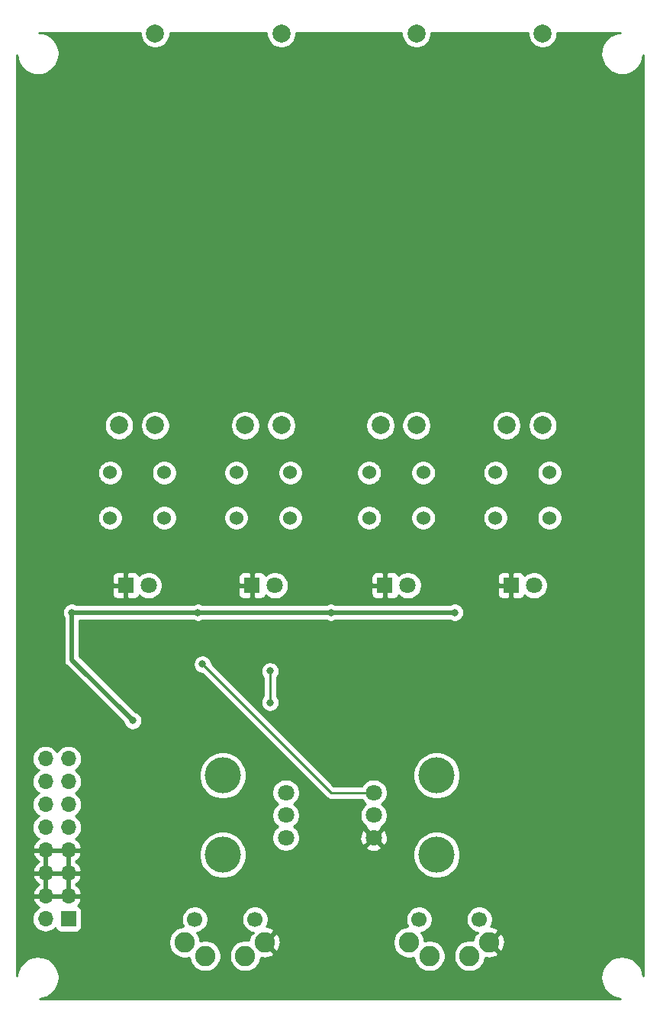
<source format=gbr>
G04 #@! TF.GenerationSoftware,KiCad,Pcbnew,(5.0.2-5-10.14)*
G04 #@! TF.CreationDate,2019-06-16T13:43:50-04:00*
G04 #@! TF.ProjectId,sequencer,73657175-656e-4636-9572-2e6b69636164,rev?*
G04 #@! TF.SameCoordinates,Original*
G04 #@! TF.FileFunction,Copper,L2,Bot*
G04 #@! TF.FilePolarity,Positive*
%FSLAX46Y46*%
G04 Gerber Fmt 4.6, Leading zero omitted, Abs format (unit mm)*
G04 Created by KiCad (PCBNEW (5.0.2-5-10.14)) date Sunday, June 16, 2019 at 01:43:50 PM*
%MOMM*%
%LPD*%
G01*
G04 APERTURE LIST*
G04 #@! TA.AperFunction,ComponentPad*
%ADD10C,1.800000*%
G04 #@! TD*
G04 #@! TA.AperFunction,ComponentPad*
%ADD11R,1.800000X1.800000*%
G04 #@! TD*
G04 #@! TA.AperFunction,ComponentPad*
%ADD12R,1.700000X1.700000*%
G04 #@! TD*
G04 #@! TA.AperFunction,ComponentPad*
%ADD13O,1.700000X1.700000*%
G04 #@! TD*
G04 #@! TA.AperFunction,ComponentPad*
%ADD14C,2.000000*%
G04 #@! TD*
G04 #@! TA.AperFunction,WasherPad*
%ADD15C,4.000000*%
G04 #@! TD*
G04 #@! TA.AperFunction,ComponentPad*
%ADD16C,1.524000*%
G04 #@! TD*
G04 #@! TA.AperFunction,WasherPad*
%ADD17C,1.700000*%
G04 #@! TD*
G04 #@! TA.AperFunction,ComponentPad*
%ADD18C,2.250000*%
G04 #@! TD*
G04 #@! TA.AperFunction,ViaPad*
%ADD19C,0.800000*%
G04 #@! TD*
G04 #@! TA.AperFunction,Conductor*
%ADD20C,0.250000*%
G04 #@! TD*
G04 #@! TA.AperFunction,Conductor*
%ADD21C,0.500000*%
G04 #@! TD*
G04 #@! TA.AperFunction,Conductor*
%ADD22C,0.254000*%
G04 #@! TD*
G04 APERTURE END LIST*
D10*
G04 #@! TO.P,D7,2*
G04 #@! TO.N,Net-(D7-Pad2)*
X76599600Y-113190200D03*
D11*
G04 #@! TO.P,D7,1*
G04 #@! TO.N,GND*
X74059600Y-113190200D03*
G04 #@! TD*
G04 #@! TO.P,D8,1*
G04 #@! TO.N,GND*
X88059600Y-113190200D03*
D10*
G04 #@! TO.P,D8,2*
G04 #@! TO.N,Net-(D8-Pad2)*
X90599600Y-113190200D03*
G04 #@! TD*
D11*
G04 #@! TO.P,D9,1*
G04 #@! TO.N,GND*
X102809600Y-113190200D03*
D10*
G04 #@! TO.P,D9,2*
G04 #@! TO.N,Net-(D9-Pad2)*
X105349600Y-113190200D03*
G04 #@! TD*
G04 #@! TO.P,D10,2*
G04 #@! TO.N,Net-(D10-Pad2)*
X119349600Y-113190200D03*
D11*
G04 #@! TO.P,D10,1*
G04 #@! TO.N,GND*
X116809600Y-113190200D03*
G04 #@! TD*
D12*
G04 #@! TO.P,J3,1*
G04 #@! TO.N,Net-(J3-Pad1)*
X67691000Y-150190200D03*
D13*
G04 #@! TO.P,J3,2*
G04 #@! TO.N,Net-(J3-Pad2)*
X65151000Y-150190200D03*
G04 #@! TO.P,J3,3*
G04 #@! TO.N,GND*
X67691000Y-147650200D03*
G04 #@! TO.P,J3,4*
X65151000Y-147650200D03*
G04 #@! TO.P,J3,5*
X67691000Y-145110200D03*
G04 #@! TO.P,J3,6*
X65151000Y-145110200D03*
G04 #@! TO.P,J3,7*
X67691000Y-142570200D03*
G04 #@! TO.P,J3,8*
X65151000Y-142570200D03*
G04 #@! TO.P,J3,9*
G04 #@! TO.N,+12V*
X67691000Y-140030200D03*
G04 #@! TO.P,J3,10*
X65151000Y-140030200D03*
G04 #@! TO.P,J3,11*
G04 #@! TO.N,Net-(J3-Pad11)*
X67691000Y-137490200D03*
G04 #@! TO.P,J3,12*
G04 #@! TO.N,Net-(J3-Pad12)*
X65151000Y-137490200D03*
G04 #@! TO.P,J3,13*
G04 #@! TO.N,Net-(J3-Pad13)*
X67691000Y-134950200D03*
G04 #@! TO.P,J3,14*
G04 #@! TO.N,Net-(J3-Pad14)*
X65151000Y-134950200D03*
G04 #@! TO.P,J3,15*
G04 #@! TO.N,Net-(J3-Pad15)*
X67691000Y-132410200D03*
G04 #@! TO.P,J3,16*
G04 #@! TO.N,Net-(J3-Pad16)*
X65151000Y-132410200D03*
G04 #@! TD*
D14*
G04 #@! TO.P,P1,1*
G04 #@! TO.N,Net-(B1-Pad1)*
X77309600Y-95440200D03*
G04 #@! TO.P,P1,2*
X73309600Y-95440200D03*
G04 #@! TO.P,P1,3*
G04 #@! TO.N,Net-(P1-Pad3)*
X77309600Y-51940200D03*
G04 #@! TD*
G04 #@! TO.P,P2,1*
G04 #@! TO.N,Net-(B2-Pad1)*
X91309600Y-95440200D03*
G04 #@! TO.P,P2,2*
X87309600Y-95440200D03*
G04 #@! TO.P,P2,3*
G04 #@! TO.N,Net-(P2-Pad3)*
X91309600Y-51940200D03*
G04 #@! TD*
G04 #@! TO.P,P3,3*
G04 #@! TO.N,Net-(P3-Pad3)*
X106309600Y-51940200D03*
G04 #@! TO.P,P3,2*
G04 #@! TO.N,Net-(B3-Pad1)*
X102309600Y-95440200D03*
G04 #@! TO.P,P3,1*
X106309600Y-95440200D03*
G04 #@! TD*
G04 #@! TO.P,P4,3*
G04 #@! TO.N,Net-(P4-Pad3)*
X120309600Y-51940200D03*
G04 #@! TO.P,P4,2*
G04 #@! TO.N,Net-(B4-Pad1)*
X116309600Y-95440200D03*
G04 #@! TO.P,P4,1*
X120309600Y-95440200D03*
G04 #@! TD*
D10*
G04 #@! TO.P,RV1,3*
G04 #@! TO.N,Net-(R2-Pad1)*
X91809600Y-141190200D03*
G04 #@! TO.P,RV1,2*
X91809600Y-138690200D03*
G04 #@! TO.P,RV1,1*
G04 #@! TO.N,Net-(R1-Pad2)*
X91809600Y-136190200D03*
D15*
G04 #@! TO.P,RV1,*
G04 #@! TO.N,*
X84809600Y-143090200D03*
X84809600Y-134290200D03*
G04 #@! TD*
G04 #@! TO.P,RV2,*
G04 #@! TO.N,*
X108559600Y-143090200D03*
X108559600Y-134290200D03*
D10*
G04 #@! TO.P,RV2,1*
G04 #@! TO.N,GND*
X101559600Y-141190200D03*
G04 #@! TO.P,RV2,2*
G04 #@! TO.N,Net-(D1-Pad2)*
X101559600Y-138690200D03*
G04 #@! TO.P,RV2,3*
G04 #@! TO.N,Net-(RV2-Pad3)*
X101559600Y-136190200D03*
G04 #@! TD*
D16*
G04 #@! TO.P,B1,1*
G04 #@! TO.N,Net-(B1-Pad1)*
X78309600Y-100690200D03*
G04 #@! TO.P,B1,2*
G04 #@! TO.N,Net-(B1-Pad2)*
X72309600Y-100690200D03*
G04 #@! TO.P,B1,3*
G04 #@! TO.N,Net-(B1-Pad3)*
X78309600Y-105690200D03*
G04 #@! TO.P,B1,4*
G04 #@! TO.N,N/C*
X72309600Y-105690200D03*
G04 #@! TD*
G04 #@! TO.P,B2,1*
G04 #@! TO.N,Net-(B2-Pad1)*
X92309600Y-100690200D03*
G04 #@! TO.P,B2,2*
G04 #@! TO.N,Net-(B2-Pad2)*
X86309600Y-100690200D03*
G04 #@! TO.P,B2,3*
G04 #@! TO.N,Net-(B2-Pad3)*
X92309600Y-105690200D03*
G04 #@! TO.P,B2,4*
G04 #@! TO.N,N/C*
X86309600Y-105690200D03*
G04 #@! TD*
G04 #@! TO.P,B3,4*
G04 #@! TO.N,N/C*
X101059600Y-105690200D03*
G04 #@! TO.P,B3,3*
G04 #@! TO.N,Net-(B3-Pad3)*
X107059600Y-105690200D03*
G04 #@! TO.P,B3,2*
G04 #@! TO.N,Net-(B3-Pad2)*
X101059600Y-100690200D03*
G04 #@! TO.P,B3,1*
G04 #@! TO.N,Net-(B3-Pad1)*
X107059600Y-100690200D03*
G04 #@! TD*
G04 #@! TO.P,B4,4*
G04 #@! TO.N,N/C*
X115059600Y-105690200D03*
G04 #@! TO.P,B4,3*
G04 #@! TO.N,Net-(B4-Pad3)*
X121059600Y-105690200D03*
G04 #@! TO.P,B4,2*
G04 #@! TO.N,Net-(B4-Pad2)*
X115059600Y-100690200D03*
G04 #@! TO.P,B4,1*
G04 #@! TO.N,Net-(B4-Pad1)*
X121059600Y-100690200D03*
G04 #@! TD*
D17*
G04 #@! TO.P,J1,*
G04 #@! TO.N,*
X81712000Y-150241000D03*
X88392000Y-150241000D03*
D18*
G04 #@! TO.P,J1,4*
G04 #@! TO.N,Net-(J1-Pad4)*
X82852000Y-154291000D03*
G04 #@! TO.P,J1,3*
G04 #@! TO.N,Net-(J1-Pad3)*
X87302000Y-154291000D03*
G04 #@! TO.P,J1,2*
G04 #@! TO.N,Net-(C4-Pad2)*
X80552000Y-152791000D03*
G04 #@! TO.P,J1,1*
G04 #@! TO.N,GND*
X89452000Y-152791000D03*
G04 #@! TD*
G04 #@! TO.P,J2,1*
G04 #@! TO.N,GND*
X114344000Y-152791000D03*
G04 #@! TO.P,J2,2*
G04 #@! TO.N,Net-(C5-Pad1)*
X105444000Y-152791000D03*
G04 #@! TO.P,J2,3*
G04 #@! TO.N,Net-(J2-Pad3)*
X112194000Y-154291000D03*
G04 #@! TO.P,J2,4*
G04 #@! TO.N,Net-(J2-Pad4)*
X107744000Y-154291000D03*
D17*
G04 #@! TO.P,J2,*
G04 #@! TO.N,*
X113284000Y-150241000D03*
X106604000Y-150241000D03*
G04 #@! TD*
D19*
G04 #@! TO.N,Net-(C2-Pad1)*
X90059600Y-126190200D03*
X90059600Y-122690200D03*
G04 #@! TO.N,Net-(D3-Pad1)*
X110559600Y-116190200D03*
X96809600Y-116190200D03*
X82059600Y-116190200D03*
X68059600Y-116190200D03*
X74809600Y-128190200D03*
G04 #@! TO.N,Net-(RV2-Pad3)*
X82559600Y-121940200D03*
G04 #@! TD*
D20*
G04 #@! TO.N,Net-(C2-Pad1)*
X90059600Y-126190200D02*
X90059600Y-122690200D01*
D21*
G04 #@! TO.N,Net-(D3-Pad1)*
X110559600Y-116190200D02*
X96809600Y-116190200D01*
X96809600Y-116190200D02*
X82059600Y-116190200D01*
X82059600Y-116190200D02*
X68059600Y-116190200D01*
X68059600Y-121440200D02*
X74809600Y-128190200D01*
X68059600Y-116190200D02*
X68059600Y-121440200D01*
D20*
G04 #@! TO.N,Net-(RV2-Pad3)*
X96809600Y-136190200D02*
X101559600Y-136190200D01*
X82559600Y-121940200D02*
X96809600Y-136190200D01*
G04 #@! TD*
D22*
G04 #@! TO.N,GND*
G36*
X75674600Y-52101233D02*
X75737432Y-52417112D01*
X75860682Y-52714663D01*
X76039613Y-52982452D01*
X76267348Y-53210187D01*
X76535137Y-53389118D01*
X76832688Y-53512368D01*
X77148567Y-53575200D01*
X77470633Y-53575200D01*
X77786512Y-53512368D01*
X78084063Y-53389118D01*
X78351852Y-53210187D01*
X78579587Y-52982452D01*
X78758518Y-52714663D01*
X78881768Y-52417112D01*
X78944600Y-52101233D01*
X78944600Y-51850200D01*
X89674600Y-51850200D01*
X89674600Y-52101233D01*
X89737432Y-52417112D01*
X89860682Y-52714663D01*
X90039613Y-52982452D01*
X90267348Y-53210187D01*
X90535137Y-53389118D01*
X90832688Y-53512368D01*
X91148567Y-53575200D01*
X91470633Y-53575200D01*
X91786512Y-53512368D01*
X92084063Y-53389118D01*
X92351852Y-53210187D01*
X92579587Y-52982452D01*
X92758518Y-52714663D01*
X92881768Y-52417112D01*
X92944600Y-52101233D01*
X92944600Y-51850200D01*
X104674600Y-51850200D01*
X104674600Y-52101233D01*
X104737432Y-52417112D01*
X104860682Y-52714663D01*
X105039613Y-52982452D01*
X105267348Y-53210187D01*
X105535137Y-53389118D01*
X105832688Y-53512368D01*
X106148567Y-53575200D01*
X106470633Y-53575200D01*
X106786512Y-53512368D01*
X107084063Y-53389118D01*
X107351852Y-53210187D01*
X107579587Y-52982452D01*
X107758518Y-52714663D01*
X107881768Y-52417112D01*
X107944600Y-52101233D01*
X107944600Y-51850200D01*
X118674600Y-51850200D01*
X118674600Y-52101233D01*
X118737432Y-52417112D01*
X118860682Y-52714663D01*
X119039613Y-52982452D01*
X119267348Y-53210187D01*
X119535137Y-53389118D01*
X119832688Y-53512368D01*
X120148567Y-53575200D01*
X120470633Y-53575200D01*
X120786512Y-53512368D01*
X121084063Y-53389118D01*
X121351852Y-53210187D01*
X121579587Y-52982452D01*
X121758518Y-52714663D01*
X121881768Y-52417112D01*
X121944600Y-52101233D01*
X121944600Y-51850200D01*
X128938816Y-51850200D01*
X128603898Y-51890137D01*
X128166778Y-52032166D01*
X127765570Y-52256394D01*
X127415555Y-52554280D01*
X127130066Y-52914477D01*
X126919976Y-53323267D01*
X126793289Y-53765077D01*
X126754830Y-54223081D01*
X126806062Y-54679832D01*
X126945036Y-55117933D01*
X127166458Y-55520697D01*
X127461893Y-55872783D01*
X127820089Y-56160780D01*
X128227401Y-56373718D01*
X128668317Y-56503486D01*
X129126041Y-56545143D01*
X129583139Y-56497100D01*
X130022199Y-56361188D01*
X130426499Y-56142583D01*
X130780639Y-55849614D01*
X131071130Y-55493437D01*
X131286906Y-55087621D01*
X131419749Y-54647622D01*
X131449601Y-54343171D01*
X131449600Y-156512974D01*
X131406077Y-156168453D01*
X131261000Y-155732335D01*
X131033976Y-155332702D01*
X130733654Y-154984775D01*
X130371472Y-154701808D01*
X129961226Y-154494577D01*
X129518541Y-154370978D01*
X129060281Y-154335716D01*
X128603898Y-154390137D01*
X128166778Y-154532166D01*
X127765570Y-154756394D01*
X127415555Y-155054280D01*
X127130066Y-155414477D01*
X126919976Y-155823267D01*
X126793289Y-156265077D01*
X126754830Y-156723081D01*
X126806062Y-157179832D01*
X126945036Y-157617933D01*
X127166458Y-158020697D01*
X127461893Y-158372783D01*
X127820089Y-158660780D01*
X128227401Y-158873718D01*
X128668317Y-159003486D01*
X128961848Y-159030200D01*
X64468214Y-159030200D01*
X64783139Y-158997100D01*
X65222199Y-158861188D01*
X65626499Y-158642583D01*
X65980639Y-158349614D01*
X66271130Y-157993437D01*
X66486906Y-157587621D01*
X66619749Y-157147622D01*
X66664600Y-156690200D01*
X66663682Y-156624445D01*
X66606077Y-156168453D01*
X66461000Y-155732335D01*
X66233976Y-155332702D01*
X65933654Y-154984775D01*
X65571472Y-154701808D01*
X65161226Y-154494577D01*
X64718541Y-154370978D01*
X64260281Y-154335716D01*
X63803898Y-154390137D01*
X63366778Y-154532166D01*
X62965570Y-154756394D01*
X62615555Y-155054280D01*
X62330066Y-155414477D01*
X62119976Y-155823267D01*
X61993289Y-156265077D01*
X61969600Y-156547187D01*
X61969600Y-152617655D01*
X78792000Y-152617655D01*
X78792000Y-152964345D01*
X78859636Y-153304373D01*
X78992308Y-153624673D01*
X79184919Y-153912935D01*
X79430065Y-154158081D01*
X79718327Y-154350692D01*
X80038627Y-154483364D01*
X80378655Y-154551000D01*
X80725345Y-154551000D01*
X81065373Y-154483364D01*
X81093468Y-154471727D01*
X81159636Y-154804373D01*
X81292308Y-155124673D01*
X81484919Y-155412935D01*
X81730065Y-155658081D01*
X82018327Y-155850692D01*
X82338627Y-155983364D01*
X82678655Y-156051000D01*
X83025345Y-156051000D01*
X83365373Y-155983364D01*
X83685673Y-155850692D01*
X83973935Y-155658081D01*
X84219081Y-155412935D01*
X84411692Y-155124673D01*
X84544364Y-154804373D01*
X84612000Y-154464345D01*
X84612000Y-154117655D01*
X85542000Y-154117655D01*
X85542000Y-154464345D01*
X85609636Y-154804373D01*
X85742308Y-155124673D01*
X85934919Y-155412935D01*
X86180065Y-155658081D01*
X86468327Y-155850692D01*
X86788627Y-155983364D01*
X87128655Y-156051000D01*
X87475345Y-156051000D01*
X87815373Y-155983364D01*
X88135673Y-155850692D01*
X88423935Y-155658081D01*
X88669081Y-155412935D01*
X88861692Y-155124673D01*
X88994364Y-154804373D01*
X89053644Y-154506355D01*
X89163705Y-154535860D01*
X89509650Y-154558576D01*
X89853380Y-154513366D01*
X90181685Y-154401966D01*
X90386079Y-154292714D01*
X90496926Y-154015531D01*
X89452000Y-152970605D01*
X89437858Y-152984748D01*
X89258253Y-152805143D01*
X89272395Y-152791000D01*
X89631605Y-152791000D01*
X90676531Y-153835926D01*
X90953714Y-153725079D01*
X91107089Y-153414160D01*
X91196860Y-153079295D01*
X91219576Y-152733350D01*
X91204359Y-152617655D01*
X103684000Y-152617655D01*
X103684000Y-152964345D01*
X103751636Y-153304373D01*
X103884308Y-153624673D01*
X104076919Y-153912935D01*
X104322065Y-154158081D01*
X104610327Y-154350692D01*
X104930627Y-154483364D01*
X105270655Y-154551000D01*
X105617345Y-154551000D01*
X105957373Y-154483364D01*
X105985468Y-154471727D01*
X106051636Y-154804373D01*
X106184308Y-155124673D01*
X106376919Y-155412935D01*
X106622065Y-155658081D01*
X106910327Y-155850692D01*
X107230627Y-155983364D01*
X107570655Y-156051000D01*
X107917345Y-156051000D01*
X108257373Y-155983364D01*
X108577673Y-155850692D01*
X108865935Y-155658081D01*
X109111081Y-155412935D01*
X109303692Y-155124673D01*
X109436364Y-154804373D01*
X109504000Y-154464345D01*
X109504000Y-154117655D01*
X110434000Y-154117655D01*
X110434000Y-154464345D01*
X110501636Y-154804373D01*
X110634308Y-155124673D01*
X110826919Y-155412935D01*
X111072065Y-155658081D01*
X111360327Y-155850692D01*
X111680627Y-155983364D01*
X112020655Y-156051000D01*
X112367345Y-156051000D01*
X112707373Y-155983364D01*
X113027673Y-155850692D01*
X113315935Y-155658081D01*
X113561081Y-155412935D01*
X113753692Y-155124673D01*
X113886364Y-154804373D01*
X113945644Y-154506355D01*
X114055705Y-154535860D01*
X114401650Y-154558576D01*
X114745380Y-154513366D01*
X115073685Y-154401966D01*
X115278079Y-154292714D01*
X115388926Y-154015531D01*
X114344000Y-152970605D01*
X114329858Y-152984748D01*
X114150253Y-152805143D01*
X114164395Y-152791000D01*
X114523605Y-152791000D01*
X115568531Y-153835926D01*
X115845714Y-153725079D01*
X115999089Y-153414160D01*
X116088860Y-153079295D01*
X116111576Y-152733350D01*
X116066366Y-152389620D01*
X115954966Y-152061315D01*
X115845714Y-151856921D01*
X115568531Y-151746074D01*
X114523605Y-152791000D01*
X114164395Y-152791000D01*
X114150253Y-152776858D01*
X114329858Y-152597253D01*
X114344000Y-152611395D01*
X115388926Y-151566469D01*
X115278079Y-151289286D01*
X114967160Y-151135911D01*
X114632295Y-151046140D01*
X114536232Y-151039832D01*
X114599990Y-150944411D01*
X114711932Y-150674158D01*
X114769000Y-150387260D01*
X114769000Y-150094740D01*
X114711932Y-149807842D01*
X114599990Y-149537589D01*
X114437475Y-149294368D01*
X114230632Y-149087525D01*
X113987411Y-148925010D01*
X113717158Y-148813068D01*
X113430260Y-148756000D01*
X113137740Y-148756000D01*
X112850842Y-148813068D01*
X112580589Y-148925010D01*
X112337368Y-149087525D01*
X112130525Y-149294368D01*
X111968010Y-149537589D01*
X111856068Y-149807842D01*
X111799000Y-150094740D01*
X111799000Y-150387260D01*
X111856068Y-150674158D01*
X111968010Y-150944411D01*
X112130525Y-151187632D01*
X112337368Y-151394475D01*
X112580589Y-151556990D01*
X112850842Y-151668932D01*
X113089870Y-151716478D01*
X113119467Y-151746075D01*
X112842286Y-151856921D01*
X112688911Y-152167840D01*
X112599140Y-152502705D01*
X112594317Y-152576148D01*
X112367345Y-152531000D01*
X112020655Y-152531000D01*
X111680627Y-152598636D01*
X111360327Y-152731308D01*
X111072065Y-152923919D01*
X110826919Y-153169065D01*
X110634308Y-153457327D01*
X110501636Y-153777627D01*
X110434000Y-154117655D01*
X109504000Y-154117655D01*
X109436364Y-153777627D01*
X109303692Y-153457327D01*
X109111081Y-153169065D01*
X108865935Y-152923919D01*
X108577673Y-152731308D01*
X108257373Y-152598636D01*
X107917345Y-152531000D01*
X107570655Y-152531000D01*
X107230627Y-152598636D01*
X107202532Y-152610273D01*
X107136364Y-152277627D01*
X107003692Y-151957327D01*
X106837525Y-151708642D01*
X107037158Y-151668932D01*
X107307411Y-151556990D01*
X107550632Y-151394475D01*
X107757475Y-151187632D01*
X107919990Y-150944411D01*
X108031932Y-150674158D01*
X108089000Y-150387260D01*
X108089000Y-150094740D01*
X108031932Y-149807842D01*
X107919990Y-149537589D01*
X107757475Y-149294368D01*
X107550632Y-149087525D01*
X107307411Y-148925010D01*
X107037158Y-148813068D01*
X106750260Y-148756000D01*
X106457740Y-148756000D01*
X106170842Y-148813068D01*
X105900589Y-148925010D01*
X105657368Y-149087525D01*
X105450525Y-149294368D01*
X105288010Y-149537589D01*
X105176068Y-149807842D01*
X105119000Y-150094740D01*
X105119000Y-150387260D01*
X105176068Y-150674158D01*
X105288010Y-150944411D01*
X105345867Y-151031000D01*
X105270655Y-151031000D01*
X104930627Y-151098636D01*
X104610327Y-151231308D01*
X104322065Y-151423919D01*
X104076919Y-151669065D01*
X103884308Y-151957327D01*
X103751636Y-152277627D01*
X103684000Y-152617655D01*
X91204359Y-152617655D01*
X91174366Y-152389620D01*
X91062966Y-152061315D01*
X90953714Y-151856921D01*
X90676531Y-151746074D01*
X89631605Y-152791000D01*
X89272395Y-152791000D01*
X89258253Y-152776858D01*
X89437858Y-152597253D01*
X89452000Y-152611395D01*
X90496926Y-151566469D01*
X90386079Y-151289286D01*
X90075160Y-151135911D01*
X89740295Y-151046140D01*
X89644232Y-151039832D01*
X89707990Y-150944411D01*
X89819932Y-150674158D01*
X89877000Y-150387260D01*
X89877000Y-150094740D01*
X89819932Y-149807842D01*
X89707990Y-149537589D01*
X89545475Y-149294368D01*
X89338632Y-149087525D01*
X89095411Y-148925010D01*
X88825158Y-148813068D01*
X88538260Y-148756000D01*
X88245740Y-148756000D01*
X87958842Y-148813068D01*
X87688589Y-148925010D01*
X87445368Y-149087525D01*
X87238525Y-149294368D01*
X87076010Y-149537589D01*
X86964068Y-149807842D01*
X86907000Y-150094740D01*
X86907000Y-150387260D01*
X86964068Y-150674158D01*
X87076010Y-150944411D01*
X87238525Y-151187632D01*
X87445368Y-151394475D01*
X87688589Y-151556990D01*
X87958842Y-151668932D01*
X88197870Y-151716478D01*
X88227467Y-151746075D01*
X87950286Y-151856921D01*
X87796911Y-152167840D01*
X87707140Y-152502705D01*
X87702317Y-152576148D01*
X87475345Y-152531000D01*
X87128655Y-152531000D01*
X86788627Y-152598636D01*
X86468327Y-152731308D01*
X86180065Y-152923919D01*
X85934919Y-153169065D01*
X85742308Y-153457327D01*
X85609636Y-153777627D01*
X85542000Y-154117655D01*
X84612000Y-154117655D01*
X84544364Y-153777627D01*
X84411692Y-153457327D01*
X84219081Y-153169065D01*
X83973935Y-152923919D01*
X83685673Y-152731308D01*
X83365373Y-152598636D01*
X83025345Y-152531000D01*
X82678655Y-152531000D01*
X82338627Y-152598636D01*
X82310532Y-152610273D01*
X82244364Y-152277627D01*
X82111692Y-151957327D01*
X81945525Y-151708642D01*
X82145158Y-151668932D01*
X82415411Y-151556990D01*
X82658632Y-151394475D01*
X82865475Y-151187632D01*
X83027990Y-150944411D01*
X83139932Y-150674158D01*
X83197000Y-150387260D01*
X83197000Y-150094740D01*
X83139932Y-149807842D01*
X83027990Y-149537589D01*
X82865475Y-149294368D01*
X82658632Y-149087525D01*
X82415411Y-148925010D01*
X82145158Y-148813068D01*
X81858260Y-148756000D01*
X81565740Y-148756000D01*
X81278842Y-148813068D01*
X81008589Y-148925010D01*
X80765368Y-149087525D01*
X80558525Y-149294368D01*
X80396010Y-149537589D01*
X80284068Y-149807842D01*
X80227000Y-150094740D01*
X80227000Y-150387260D01*
X80284068Y-150674158D01*
X80396010Y-150944411D01*
X80453867Y-151031000D01*
X80378655Y-151031000D01*
X80038627Y-151098636D01*
X79718327Y-151231308D01*
X79430065Y-151423919D01*
X79184919Y-151669065D01*
X78992308Y-151957327D01*
X78859636Y-152277627D01*
X78792000Y-152617655D01*
X61969600Y-152617655D01*
X61969600Y-150190200D01*
X63658815Y-150190200D01*
X63687487Y-150481311D01*
X63772401Y-150761234D01*
X63910294Y-151019214D01*
X64095866Y-151245334D01*
X64321986Y-151430906D01*
X64579966Y-151568799D01*
X64859889Y-151653713D01*
X65078050Y-151675200D01*
X65223950Y-151675200D01*
X65442111Y-151653713D01*
X65722034Y-151568799D01*
X65980014Y-151430906D01*
X66206134Y-151245334D01*
X66230607Y-151215513D01*
X66251498Y-151284380D01*
X66310463Y-151394694D01*
X66389815Y-151491385D01*
X66486506Y-151570737D01*
X66596820Y-151629702D01*
X66716518Y-151666012D01*
X66841000Y-151678272D01*
X68541000Y-151678272D01*
X68665482Y-151666012D01*
X68785180Y-151629702D01*
X68895494Y-151570737D01*
X68992185Y-151491385D01*
X69071537Y-151394694D01*
X69130502Y-151284380D01*
X69166812Y-151164682D01*
X69179072Y-151040200D01*
X69179072Y-149340200D01*
X69166812Y-149215718D01*
X69130502Y-149096020D01*
X69071537Y-148985706D01*
X68992185Y-148889015D01*
X68895494Y-148809663D01*
X68785180Y-148750698D01*
X68704534Y-148726234D01*
X68788588Y-148650469D01*
X68962641Y-148417120D01*
X69087825Y-148154299D01*
X69132476Y-148007090D01*
X69011155Y-147777200D01*
X67818000Y-147777200D01*
X67818000Y-147797200D01*
X67564000Y-147797200D01*
X67564000Y-147777200D01*
X65278000Y-147777200D01*
X65278000Y-147797200D01*
X65024000Y-147797200D01*
X65024000Y-147777200D01*
X63830845Y-147777200D01*
X63709524Y-148007090D01*
X63754175Y-148154299D01*
X63879359Y-148417120D01*
X64053412Y-148650469D01*
X64269645Y-148845378D01*
X64386523Y-148914999D01*
X64321986Y-148949494D01*
X64095866Y-149135066D01*
X63910294Y-149361186D01*
X63772401Y-149619166D01*
X63687487Y-149899089D01*
X63658815Y-150190200D01*
X61969600Y-150190200D01*
X61969600Y-145467090D01*
X63709524Y-145467090D01*
X63754175Y-145614299D01*
X63879359Y-145877120D01*
X64053412Y-146110469D01*
X64269645Y-146305378D01*
X64395255Y-146380200D01*
X64269645Y-146455022D01*
X64053412Y-146649931D01*
X63879359Y-146883280D01*
X63754175Y-147146101D01*
X63709524Y-147293310D01*
X63830845Y-147523200D01*
X65024000Y-147523200D01*
X65024000Y-145237200D01*
X65278000Y-145237200D01*
X65278000Y-147523200D01*
X67564000Y-147523200D01*
X67564000Y-145237200D01*
X67818000Y-145237200D01*
X67818000Y-147523200D01*
X69011155Y-147523200D01*
X69132476Y-147293310D01*
X69087825Y-147146101D01*
X68962641Y-146883280D01*
X68788588Y-146649931D01*
X68572355Y-146455022D01*
X68446745Y-146380200D01*
X68572355Y-146305378D01*
X68788588Y-146110469D01*
X68962641Y-145877120D01*
X69087825Y-145614299D01*
X69132476Y-145467090D01*
X69011155Y-145237200D01*
X67818000Y-145237200D01*
X67564000Y-145237200D01*
X65278000Y-145237200D01*
X65024000Y-145237200D01*
X63830845Y-145237200D01*
X63709524Y-145467090D01*
X61969600Y-145467090D01*
X61969600Y-142927090D01*
X63709524Y-142927090D01*
X63754175Y-143074299D01*
X63879359Y-143337120D01*
X64053412Y-143570469D01*
X64269645Y-143765378D01*
X64395255Y-143840200D01*
X64269645Y-143915022D01*
X64053412Y-144109931D01*
X63879359Y-144343280D01*
X63754175Y-144606101D01*
X63709524Y-144753310D01*
X63830845Y-144983200D01*
X65024000Y-144983200D01*
X65024000Y-142697200D01*
X65278000Y-142697200D01*
X65278000Y-144983200D01*
X67564000Y-144983200D01*
X67564000Y-142697200D01*
X67818000Y-142697200D01*
X67818000Y-144983200D01*
X69011155Y-144983200D01*
X69132476Y-144753310D01*
X69087825Y-144606101D01*
X68962641Y-144343280D01*
X68788588Y-144109931D01*
X68572355Y-143915022D01*
X68446745Y-143840200D01*
X68572355Y-143765378D01*
X68788588Y-143570469D01*
X68962641Y-143337120D01*
X69087825Y-143074299D01*
X69132476Y-142927090D01*
X69081595Y-142830675D01*
X82174600Y-142830675D01*
X82174600Y-143349725D01*
X82275861Y-143858801D01*
X82474493Y-144338341D01*
X82762862Y-144769915D01*
X83129885Y-145136938D01*
X83561459Y-145425307D01*
X84040999Y-145623939D01*
X84550075Y-145725200D01*
X85069125Y-145725200D01*
X85578201Y-145623939D01*
X86057741Y-145425307D01*
X86489315Y-145136938D01*
X86856338Y-144769915D01*
X87144707Y-144338341D01*
X87343339Y-143858801D01*
X87444600Y-143349725D01*
X87444600Y-142830675D01*
X105924600Y-142830675D01*
X105924600Y-143349725D01*
X106025861Y-143858801D01*
X106224493Y-144338341D01*
X106512862Y-144769915D01*
X106879885Y-145136938D01*
X107311459Y-145425307D01*
X107790999Y-145623939D01*
X108300075Y-145725200D01*
X108819125Y-145725200D01*
X109328201Y-145623939D01*
X109807741Y-145425307D01*
X110239315Y-145136938D01*
X110606338Y-144769915D01*
X110894707Y-144338341D01*
X111093339Y-143858801D01*
X111194600Y-143349725D01*
X111194600Y-142830675D01*
X111093339Y-142321599D01*
X110894707Y-141842059D01*
X110606338Y-141410485D01*
X110239315Y-141043462D01*
X109807741Y-140755093D01*
X109328201Y-140556461D01*
X108819125Y-140455200D01*
X108300075Y-140455200D01*
X107790999Y-140556461D01*
X107311459Y-140755093D01*
X106879885Y-141043462D01*
X106512862Y-141410485D01*
X106224493Y-141842059D01*
X106025861Y-142321599D01*
X105924600Y-142830675D01*
X87444600Y-142830675D01*
X87343339Y-142321599D01*
X87144707Y-141842059D01*
X86856338Y-141410485D01*
X86489315Y-141043462D01*
X86057741Y-140755093D01*
X85578201Y-140556461D01*
X85069125Y-140455200D01*
X84550075Y-140455200D01*
X84040999Y-140556461D01*
X83561459Y-140755093D01*
X83129885Y-141043462D01*
X82762862Y-141410485D01*
X82474493Y-141842059D01*
X82275861Y-142321599D01*
X82174600Y-142830675D01*
X69081595Y-142830675D01*
X69011155Y-142697200D01*
X67818000Y-142697200D01*
X67564000Y-142697200D01*
X65278000Y-142697200D01*
X65024000Y-142697200D01*
X63830845Y-142697200D01*
X63709524Y-142927090D01*
X61969600Y-142927090D01*
X61969600Y-132410200D01*
X63658815Y-132410200D01*
X63687487Y-132701311D01*
X63772401Y-132981234D01*
X63910294Y-133239214D01*
X64095866Y-133465334D01*
X64321986Y-133650906D01*
X64376791Y-133680200D01*
X64321986Y-133709494D01*
X64095866Y-133895066D01*
X63910294Y-134121186D01*
X63772401Y-134379166D01*
X63687487Y-134659089D01*
X63658815Y-134950200D01*
X63687487Y-135241311D01*
X63772401Y-135521234D01*
X63910294Y-135779214D01*
X64095866Y-136005334D01*
X64321986Y-136190906D01*
X64376791Y-136220200D01*
X64321986Y-136249494D01*
X64095866Y-136435066D01*
X63910294Y-136661186D01*
X63772401Y-136919166D01*
X63687487Y-137199089D01*
X63658815Y-137490200D01*
X63687487Y-137781311D01*
X63772401Y-138061234D01*
X63910294Y-138319214D01*
X64095866Y-138545334D01*
X64321986Y-138730906D01*
X64376791Y-138760200D01*
X64321986Y-138789494D01*
X64095866Y-138975066D01*
X63910294Y-139201186D01*
X63772401Y-139459166D01*
X63687487Y-139739089D01*
X63658815Y-140030200D01*
X63687487Y-140321311D01*
X63772401Y-140601234D01*
X63910294Y-140859214D01*
X64095866Y-141085334D01*
X64321986Y-141270906D01*
X64386523Y-141305401D01*
X64269645Y-141375022D01*
X64053412Y-141569931D01*
X63879359Y-141803280D01*
X63754175Y-142066101D01*
X63709524Y-142213310D01*
X63830845Y-142443200D01*
X65024000Y-142443200D01*
X65024000Y-142423200D01*
X65278000Y-142423200D01*
X65278000Y-142443200D01*
X67564000Y-142443200D01*
X67564000Y-142423200D01*
X67818000Y-142423200D01*
X67818000Y-142443200D01*
X69011155Y-142443200D01*
X69132476Y-142213310D01*
X69087825Y-142066101D01*
X68962641Y-141803280D01*
X68788588Y-141569931D01*
X68572355Y-141375022D01*
X68455477Y-141305401D01*
X68520014Y-141270906D01*
X68746134Y-141085334D01*
X68931706Y-140859214D01*
X69069599Y-140601234D01*
X69154513Y-140321311D01*
X69183185Y-140030200D01*
X69154513Y-139739089D01*
X69069599Y-139459166D01*
X68931706Y-139201186D01*
X68746134Y-138975066D01*
X68520014Y-138789494D01*
X68465209Y-138760200D01*
X68520014Y-138730906D01*
X68746134Y-138545334D01*
X68931706Y-138319214D01*
X69069599Y-138061234D01*
X69154513Y-137781311D01*
X69183185Y-137490200D01*
X69154513Y-137199089D01*
X69069599Y-136919166D01*
X68931706Y-136661186D01*
X68746134Y-136435066D01*
X68520014Y-136249494D01*
X68465209Y-136220200D01*
X68520014Y-136190906D01*
X68746134Y-136005334D01*
X68931706Y-135779214D01*
X69069599Y-135521234D01*
X69154513Y-135241311D01*
X69183185Y-134950200D01*
X69154513Y-134659089D01*
X69069599Y-134379166D01*
X68931706Y-134121186D01*
X68857426Y-134030675D01*
X82174600Y-134030675D01*
X82174600Y-134549725D01*
X82275861Y-135058801D01*
X82474493Y-135538341D01*
X82762862Y-135969915D01*
X83129885Y-136336938D01*
X83561459Y-136625307D01*
X84040999Y-136823939D01*
X84550075Y-136925200D01*
X85069125Y-136925200D01*
X85578201Y-136823939D01*
X86057741Y-136625307D01*
X86489315Y-136336938D01*
X86787237Y-136039016D01*
X90274600Y-136039016D01*
X90274600Y-136341384D01*
X90333589Y-136637943D01*
X90449301Y-136917295D01*
X90617288Y-137168705D01*
X90831095Y-137382512D01*
X90917431Y-137440200D01*
X90831095Y-137497888D01*
X90617288Y-137711695D01*
X90449301Y-137963105D01*
X90333589Y-138242457D01*
X90274600Y-138539016D01*
X90274600Y-138841384D01*
X90333589Y-139137943D01*
X90449301Y-139417295D01*
X90617288Y-139668705D01*
X90831095Y-139882512D01*
X90917431Y-139940200D01*
X90831095Y-139997888D01*
X90617288Y-140211695D01*
X90449301Y-140463105D01*
X90333589Y-140742457D01*
X90274600Y-141039016D01*
X90274600Y-141341384D01*
X90333589Y-141637943D01*
X90449301Y-141917295D01*
X90617288Y-142168705D01*
X90831095Y-142382512D01*
X91082505Y-142550499D01*
X91361857Y-142666211D01*
X91658416Y-142725200D01*
X91960784Y-142725200D01*
X92257343Y-142666211D01*
X92536695Y-142550499D01*
X92788105Y-142382512D01*
X92916337Y-142254280D01*
X100675125Y-142254280D01*
X100758808Y-142508461D01*
X101031375Y-142639358D01*
X101324242Y-142714565D01*
X101626153Y-142731191D01*
X101925507Y-142688597D01*
X102210799Y-142588422D01*
X102360392Y-142508461D01*
X102444075Y-142254280D01*
X101559600Y-141369805D01*
X100675125Y-142254280D01*
X92916337Y-142254280D01*
X93001912Y-142168705D01*
X93169899Y-141917295D01*
X93285611Y-141637943D01*
X93344600Y-141341384D01*
X93344600Y-141256753D01*
X100018609Y-141256753D01*
X100061203Y-141556107D01*
X100161378Y-141841399D01*
X100241339Y-141990992D01*
X100495520Y-142074675D01*
X101379995Y-141190200D01*
X101739205Y-141190200D01*
X102623680Y-142074675D01*
X102877861Y-141990992D01*
X103008758Y-141718425D01*
X103083965Y-141425558D01*
X103100591Y-141123647D01*
X103057997Y-140824293D01*
X102957822Y-140539001D01*
X102877861Y-140389408D01*
X102623680Y-140305725D01*
X101739205Y-141190200D01*
X101379995Y-141190200D01*
X100495520Y-140305725D01*
X100241339Y-140389408D01*
X100110442Y-140661975D01*
X100035235Y-140954842D01*
X100018609Y-141256753D01*
X93344600Y-141256753D01*
X93344600Y-141039016D01*
X93285611Y-140742457D01*
X93169899Y-140463105D01*
X93001912Y-140211695D01*
X92788105Y-139997888D01*
X92701769Y-139940200D01*
X92788105Y-139882512D01*
X93001912Y-139668705D01*
X93169899Y-139417295D01*
X93285611Y-139137943D01*
X93344600Y-138841384D01*
X93344600Y-138539016D01*
X93285611Y-138242457D01*
X93169899Y-137963105D01*
X93001912Y-137711695D01*
X92788105Y-137497888D01*
X92701769Y-137440200D01*
X92788105Y-137382512D01*
X93001912Y-137168705D01*
X93169899Y-136917295D01*
X93285611Y-136637943D01*
X93344600Y-136341384D01*
X93344600Y-136039016D01*
X93285611Y-135742457D01*
X93169899Y-135463105D01*
X93001912Y-135211695D01*
X92788105Y-134997888D01*
X92536695Y-134829901D01*
X92257343Y-134714189D01*
X91960784Y-134655200D01*
X91658416Y-134655200D01*
X91361857Y-134714189D01*
X91082505Y-134829901D01*
X90831095Y-134997888D01*
X90617288Y-135211695D01*
X90449301Y-135463105D01*
X90333589Y-135742457D01*
X90274600Y-136039016D01*
X86787237Y-136039016D01*
X86856338Y-135969915D01*
X87144707Y-135538341D01*
X87343339Y-135058801D01*
X87444600Y-134549725D01*
X87444600Y-134030675D01*
X87343339Y-133521599D01*
X87144707Y-133042059D01*
X86856338Y-132610485D01*
X86489315Y-132243462D01*
X86057741Y-131955093D01*
X85578201Y-131756461D01*
X85069125Y-131655200D01*
X84550075Y-131655200D01*
X84040999Y-131756461D01*
X83561459Y-131955093D01*
X83129885Y-132243462D01*
X82762862Y-132610485D01*
X82474493Y-133042059D01*
X82275861Y-133521599D01*
X82174600Y-134030675D01*
X68857426Y-134030675D01*
X68746134Y-133895066D01*
X68520014Y-133709494D01*
X68465209Y-133680200D01*
X68520014Y-133650906D01*
X68746134Y-133465334D01*
X68931706Y-133239214D01*
X69069599Y-132981234D01*
X69154513Y-132701311D01*
X69183185Y-132410200D01*
X69154513Y-132119089D01*
X69069599Y-131839166D01*
X68931706Y-131581186D01*
X68746134Y-131355066D01*
X68520014Y-131169494D01*
X68262034Y-131031601D01*
X67982111Y-130946687D01*
X67763950Y-130925200D01*
X67618050Y-130925200D01*
X67399889Y-130946687D01*
X67119966Y-131031601D01*
X66861986Y-131169494D01*
X66635866Y-131355066D01*
X66450294Y-131581186D01*
X66421000Y-131635991D01*
X66391706Y-131581186D01*
X66206134Y-131355066D01*
X65980014Y-131169494D01*
X65722034Y-131031601D01*
X65442111Y-130946687D01*
X65223950Y-130925200D01*
X65078050Y-130925200D01*
X64859889Y-130946687D01*
X64579966Y-131031601D01*
X64321986Y-131169494D01*
X64095866Y-131355066D01*
X63910294Y-131581186D01*
X63772401Y-131839166D01*
X63687487Y-132119089D01*
X63658815Y-132410200D01*
X61969600Y-132410200D01*
X61969600Y-116088261D01*
X67024600Y-116088261D01*
X67024600Y-116292139D01*
X67064374Y-116492098D01*
X67142395Y-116680456D01*
X67174600Y-116728654D01*
X67174601Y-121396721D01*
X67170319Y-121440200D01*
X67187405Y-121613690D01*
X67238012Y-121780513D01*
X67320190Y-121934259D01*
X67403068Y-122035246D01*
X67403071Y-122035249D01*
X67430784Y-122069017D01*
X67464552Y-122096730D01*
X73803065Y-128435244D01*
X73814374Y-128492098D01*
X73892395Y-128680456D01*
X74005663Y-128849974D01*
X74149826Y-128994137D01*
X74319344Y-129107405D01*
X74507702Y-129185426D01*
X74707661Y-129225200D01*
X74911539Y-129225200D01*
X75111498Y-129185426D01*
X75299856Y-129107405D01*
X75469374Y-128994137D01*
X75613537Y-128849974D01*
X75726805Y-128680456D01*
X75804826Y-128492098D01*
X75844600Y-128292139D01*
X75844600Y-128088261D01*
X75804826Y-127888302D01*
X75726805Y-127699944D01*
X75613537Y-127530426D01*
X75469374Y-127386263D01*
X75299856Y-127272995D01*
X75111498Y-127194974D01*
X75054644Y-127183665D01*
X69709240Y-121838261D01*
X81524600Y-121838261D01*
X81524600Y-122042139D01*
X81564374Y-122242098D01*
X81642395Y-122430456D01*
X81755663Y-122599974D01*
X81899826Y-122744137D01*
X82069344Y-122857405D01*
X82257702Y-122935426D01*
X82457661Y-122975200D01*
X82519799Y-122975200D01*
X96245801Y-136701203D01*
X96269599Y-136730201D01*
X96385324Y-136825174D01*
X96517353Y-136895746D01*
X96660614Y-136939203D01*
X96772267Y-136950200D01*
X96772276Y-136950200D01*
X96809599Y-136953876D01*
X96846922Y-136950200D01*
X100221287Y-136950200D01*
X100367288Y-137168705D01*
X100581095Y-137382512D01*
X100667431Y-137440200D01*
X100581095Y-137497888D01*
X100367288Y-137711695D01*
X100199301Y-137963105D01*
X100083589Y-138242457D01*
X100024600Y-138539016D01*
X100024600Y-138841384D01*
X100083589Y-139137943D01*
X100199301Y-139417295D01*
X100367288Y-139668705D01*
X100581095Y-139882512D01*
X100723910Y-139977938D01*
X100675125Y-140126120D01*
X101559600Y-141010595D01*
X102444075Y-140126120D01*
X102395290Y-139977938D01*
X102538105Y-139882512D01*
X102751912Y-139668705D01*
X102919899Y-139417295D01*
X103035611Y-139137943D01*
X103094600Y-138841384D01*
X103094600Y-138539016D01*
X103035611Y-138242457D01*
X102919899Y-137963105D01*
X102751912Y-137711695D01*
X102538105Y-137497888D01*
X102451769Y-137440200D01*
X102538105Y-137382512D01*
X102751912Y-137168705D01*
X102919899Y-136917295D01*
X103035611Y-136637943D01*
X103094600Y-136341384D01*
X103094600Y-136039016D01*
X103035611Y-135742457D01*
X102919899Y-135463105D01*
X102751912Y-135211695D01*
X102538105Y-134997888D01*
X102286695Y-134829901D01*
X102007343Y-134714189D01*
X101710784Y-134655200D01*
X101408416Y-134655200D01*
X101111857Y-134714189D01*
X100832505Y-134829901D01*
X100581095Y-134997888D01*
X100367288Y-135211695D01*
X100221287Y-135430200D01*
X97124402Y-135430200D01*
X95724877Y-134030675D01*
X105924600Y-134030675D01*
X105924600Y-134549725D01*
X106025861Y-135058801D01*
X106224493Y-135538341D01*
X106512862Y-135969915D01*
X106879885Y-136336938D01*
X107311459Y-136625307D01*
X107790999Y-136823939D01*
X108300075Y-136925200D01*
X108819125Y-136925200D01*
X109328201Y-136823939D01*
X109807741Y-136625307D01*
X110239315Y-136336938D01*
X110606338Y-135969915D01*
X110894707Y-135538341D01*
X111093339Y-135058801D01*
X111194600Y-134549725D01*
X111194600Y-134030675D01*
X111093339Y-133521599D01*
X110894707Y-133042059D01*
X110606338Y-132610485D01*
X110239315Y-132243462D01*
X109807741Y-131955093D01*
X109328201Y-131756461D01*
X108819125Y-131655200D01*
X108300075Y-131655200D01*
X107790999Y-131756461D01*
X107311459Y-131955093D01*
X106879885Y-132243462D01*
X106512862Y-132610485D01*
X106224493Y-133042059D01*
X106025861Y-133521599D01*
X105924600Y-134030675D01*
X95724877Y-134030675D01*
X84282463Y-122588261D01*
X89024600Y-122588261D01*
X89024600Y-122792139D01*
X89064374Y-122992098D01*
X89142395Y-123180456D01*
X89255663Y-123349974D01*
X89299601Y-123393912D01*
X89299600Y-125486489D01*
X89255663Y-125530426D01*
X89142395Y-125699944D01*
X89064374Y-125888302D01*
X89024600Y-126088261D01*
X89024600Y-126292139D01*
X89064374Y-126492098D01*
X89142395Y-126680456D01*
X89255663Y-126849974D01*
X89399826Y-126994137D01*
X89569344Y-127107405D01*
X89757702Y-127185426D01*
X89957661Y-127225200D01*
X90161539Y-127225200D01*
X90361498Y-127185426D01*
X90549856Y-127107405D01*
X90719374Y-126994137D01*
X90863537Y-126849974D01*
X90976805Y-126680456D01*
X91054826Y-126492098D01*
X91094600Y-126292139D01*
X91094600Y-126088261D01*
X91054826Y-125888302D01*
X90976805Y-125699944D01*
X90863537Y-125530426D01*
X90819600Y-125486489D01*
X90819600Y-123393911D01*
X90863537Y-123349974D01*
X90976805Y-123180456D01*
X91054826Y-122992098D01*
X91094600Y-122792139D01*
X91094600Y-122588261D01*
X91054826Y-122388302D01*
X90976805Y-122199944D01*
X90863537Y-122030426D01*
X90719374Y-121886263D01*
X90549856Y-121772995D01*
X90361498Y-121694974D01*
X90161539Y-121655200D01*
X89957661Y-121655200D01*
X89757702Y-121694974D01*
X89569344Y-121772995D01*
X89399826Y-121886263D01*
X89255663Y-122030426D01*
X89142395Y-122199944D01*
X89064374Y-122388302D01*
X89024600Y-122588261D01*
X84282463Y-122588261D01*
X83594600Y-121900399D01*
X83594600Y-121838261D01*
X83554826Y-121638302D01*
X83476805Y-121449944D01*
X83363537Y-121280426D01*
X83219374Y-121136263D01*
X83049856Y-121022995D01*
X82861498Y-120944974D01*
X82661539Y-120905200D01*
X82457661Y-120905200D01*
X82257702Y-120944974D01*
X82069344Y-121022995D01*
X81899826Y-121136263D01*
X81755663Y-121280426D01*
X81642395Y-121449944D01*
X81564374Y-121638302D01*
X81524600Y-121838261D01*
X69709240Y-121838261D01*
X68944600Y-121073622D01*
X68944600Y-117075200D01*
X81521146Y-117075200D01*
X81569344Y-117107405D01*
X81757702Y-117185426D01*
X81957661Y-117225200D01*
X82161539Y-117225200D01*
X82361498Y-117185426D01*
X82549856Y-117107405D01*
X82598054Y-117075200D01*
X96271146Y-117075200D01*
X96319344Y-117107405D01*
X96507702Y-117185426D01*
X96707661Y-117225200D01*
X96911539Y-117225200D01*
X97111498Y-117185426D01*
X97299856Y-117107405D01*
X97348054Y-117075200D01*
X110021146Y-117075200D01*
X110069344Y-117107405D01*
X110257702Y-117185426D01*
X110457661Y-117225200D01*
X110661539Y-117225200D01*
X110861498Y-117185426D01*
X111049856Y-117107405D01*
X111219374Y-116994137D01*
X111363537Y-116849974D01*
X111476805Y-116680456D01*
X111554826Y-116492098D01*
X111594600Y-116292139D01*
X111594600Y-116088261D01*
X111554826Y-115888302D01*
X111476805Y-115699944D01*
X111363537Y-115530426D01*
X111219374Y-115386263D01*
X111049856Y-115272995D01*
X110861498Y-115194974D01*
X110661539Y-115155200D01*
X110457661Y-115155200D01*
X110257702Y-115194974D01*
X110069344Y-115272995D01*
X110021146Y-115305200D01*
X97348054Y-115305200D01*
X97299856Y-115272995D01*
X97111498Y-115194974D01*
X96911539Y-115155200D01*
X96707661Y-115155200D01*
X96507702Y-115194974D01*
X96319344Y-115272995D01*
X96271146Y-115305200D01*
X82598054Y-115305200D01*
X82549856Y-115272995D01*
X82361498Y-115194974D01*
X82161539Y-115155200D01*
X81957661Y-115155200D01*
X81757702Y-115194974D01*
X81569344Y-115272995D01*
X81521146Y-115305200D01*
X68598054Y-115305200D01*
X68549856Y-115272995D01*
X68361498Y-115194974D01*
X68161539Y-115155200D01*
X67957661Y-115155200D01*
X67757702Y-115194974D01*
X67569344Y-115272995D01*
X67399826Y-115386263D01*
X67255663Y-115530426D01*
X67142395Y-115699944D01*
X67064374Y-115888302D01*
X67024600Y-116088261D01*
X61969600Y-116088261D01*
X61969600Y-113475950D01*
X72524600Y-113475950D01*
X72524600Y-114152742D01*
X72549003Y-114275423D01*
X72596870Y-114390985D01*
X72666363Y-114494989D01*
X72754811Y-114583437D01*
X72858815Y-114652930D01*
X72974377Y-114700797D01*
X73097058Y-114725200D01*
X73773850Y-114725200D01*
X73932600Y-114566450D01*
X73932600Y-113317200D01*
X72683350Y-113317200D01*
X72524600Y-113475950D01*
X61969600Y-113475950D01*
X61969600Y-112227658D01*
X72524600Y-112227658D01*
X72524600Y-112904450D01*
X72683350Y-113063200D01*
X73932600Y-113063200D01*
X73932600Y-111813950D01*
X74186600Y-111813950D01*
X74186600Y-113063200D01*
X74206600Y-113063200D01*
X74206600Y-113317200D01*
X74186600Y-113317200D01*
X74186600Y-114566450D01*
X74345350Y-114725200D01*
X75022142Y-114725200D01*
X75144823Y-114700797D01*
X75260385Y-114652930D01*
X75364389Y-114583437D01*
X75452837Y-114494989D01*
X75522330Y-114390985D01*
X75553739Y-114315156D01*
X75621095Y-114382512D01*
X75872505Y-114550499D01*
X76151857Y-114666211D01*
X76448416Y-114725200D01*
X76750784Y-114725200D01*
X77047343Y-114666211D01*
X77326695Y-114550499D01*
X77578105Y-114382512D01*
X77791912Y-114168705D01*
X77959899Y-113917295D01*
X78075611Y-113637943D01*
X78107833Y-113475950D01*
X86524600Y-113475950D01*
X86524600Y-114152742D01*
X86549003Y-114275423D01*
X86596870Y-114390985D01*
X86666363Y-114494989D01*
X86754811Y-114583437D01*
X86858815Y-114652930D01*
X86974377Y-114700797D01*
X87097058Y-114725200D01*
X87773850Y-114725200D01*
X87932600Y-114566450D01*
X87932600Y-113317200D01*
X86683350Y-113317200D01*
X86524600Y-113475950D01*
X78107833Y-113475950D01*
X78134600Y-113341384D01*
X78134600Y-113039016D01*
X78075611Y-112742457D01*
X77959899Y-112463105D01*
X77802579Y-112227658D01*
X86524600Y-112227658D01*
X86524600Y-112904450D01*
X86683350Y-113063200D01*
X87932600Y-113063200D01*
X87932600Y-111813950D01*
X88186600Y-111813950D01*
X88186600Y-113063200D01*
X88206600Y-113063200D01*
X88206600Y-113317200D01*
X88186600Y-113317200D01*
X88186600Y-114566450D01*
X88345350Y-114725200D01*
X89022142Y-114725200D01*
X89144823Y-114700797D01*
X89260385Y-114652930D01*
X89364389Y-114583437D01*
X89452837Y-114494989D01*
X89522330Y-114390985D01*
X89553739Y-114315156D01*
X89621095Y-114382512D01*
X89872505Y-114550499D01*
X90151857Y-114666211D01*
X90448416Y-114725200D01*
X90750784Y-114725200D01*
X91047343Y-114666211D01*
X91326695Y-114550499D01*
X91578105Y-114382512D01*
X91791912Y-114168705D01*
X91959899Y-113917295D01*
X92075611Y-113637943D01*
X92107833Y-113475950D01*
X101274600Y-113475950D01*
X101274600Y-114152742D01*
X101299003Y-114275423D01*
X101346870Y-114390985D01*
X101416363Y-114494989D01*
X101504811Y-114583437D01*
X101608815Y-114652930D01*
X101724377Y-114700797D01*
X101847058Y-114725200D01*
X102523850Y-114725200D01*
X102682600Y-114566450D01*
X102682600Y-113317200D01*
X101433350Y-113317200D01*
X101274600Y-113475950D01*
X92107833Y-113475950D01*
X92134600Y-113341384D01*
X92134600Y-113039016D01*
X92075611Y-112742457D01*
X91959899Y-112463105D01*
X91802579Y-112227658D01*
X101274600Y-112227658D01*
X101274600Y-112904450D01*
X101433350Y-113063200D01*
X102682600Y-113063200D01*
X102682600Y-111813950D01*
X102936600Y-111813950D01*
X102936600Y-113063200D01*
X102956600Y-113063200D01*
X102956600Y-113317200D01*
X102936600Y-113317200D01*
X102936600Y-114566450D01*
X103095350Y-114725200D01*
X103772142Y-114725200D01*
X103894823Y-114700797D01*
X104010385Y-114652930D01*
X104114389Y-114583437D01*
X104202837Y-114494989D01*
X104272330Y-114390985D01*
X104303739Y-114315156D01*
X104371095Y-114382512D01*
X104622505Y-114550499D01*
X104901857Y-114666211D01*
X105198416Y-114725200D01*
X105500784Y-114725200D01*
X105797343Y-114666211D01*
X106076695Y-114550499D01*
X106328105Y-114382512D01*
X106541912Y-114168705D01*
X106709899Y-113917295D01*
X106825611Y-113637943D01*
X106857833Y-113475950D01*
X115274600Y-113475950D01*
X115274600Y-114152742D01*
X115299003Y-114275423D01*
X115346870Y-114390985D01*
X115416363Y-114494989D01*
X115504811Y-114583437D01*
X115608815Y-114652930D01*
X115724377Y-114700797D01*
X115847058Y-114725200D01*
X116523850Y-114725200D01*
X116682600Y-114566450D01*
X116682600Y-113317200D01*
X115433350Y-113317200D01*
X115274600Y-113475950D01*
X106857833Y-113475950D01*
X106884600Y-113341384D01*
X106884600Y-113039016D01*
X106825611Y-112742457D01*
X106709899Y-112463105D01*
X106552579Y-112227658D01*
X115274600Y-112227658D01*
X115274600Y-112904450D01*
X115433350Y-113063200D01*
X116682600Y-113063200D01*
X116682600Y-111813950D01*
X116936600Y-111813950D01*
X116936600Y-113063200D01*
X116956600Y-113063200D01*
X116956600Y-113317200D01*
X116936600Y-113317200D01*
X116936600Y-114566450D01*
X117095350Y-114725200D01*
X117772142Y-114725200D01*
X117894823Y-114700797D01*
X118010385Y-114652930D01*
X118114389Y-114583437D01*
X118202837Y-114494989D01*
X118272330Y-114390985D01*
X118303739Y-114315156D01*
X118371095Y-114382512D01*
X118622505Y-114550499D01*
X118901857Y-114666211D01*
X119198416Y-114725200D01*
X119500784Y-114725200D01*
X119797343Y-114666211D01*
X120076695Y-114550499D01*
X120328105Y-114382512D01*
X120541912Y-114168705D01*
X120709899Y-113917295D01*
X120825611Y-113637943D01*
X120884600Y-113341384D01*
X120884600Y-113039016D01*
X120825611Y-112742457D01*
X120709899Y-112463105D01*
X120541912Y-112211695D01*
X120328105Y-111997888D01*
X120076695Y-111829901D01*
X119797343Y-111714189D01*
X119500784Y-111655200D01*
X119198416Y-111655200D01*
X118901857Y-111714189D01*
X118622505Y-111829901D01*
X118371095Y-111997888D01*
X118303739Y-112065244D01*
X118272330Y-111989415D01*
X118202837Y-111885411D01*
X118114389Y-111796963D01*
X118010385Y-111727470D01*
X117894823Y-111679603D01*
X117772142Y-111655200D01*
X117095350Y-111655200D01*
X116936600Y-111813950D01*
X116682600Y-111813950D01*
X116523850Y-111655200D01*
X115847058Y-111655200D01*
X115724377Y-111679603D01*
X115608815Y-111727470D01*
X115504811Y-111796963D01*
X115416363Y-111885411D01*
X115346870Y-111989415D01*
X115299003Y-112104977D01*
X115274600Y-112227658D01*
X106552579Y-112227658D01*
X106541912Y-112211695D01*
X106328105Y-111997888D01*
X106076695Y-111829901D01*
X105797343Y-111714189D01*
X105500784Y-111655200D01*
X105198416Y-111655200D01*
X104901857Y-111714189D01*
X104622505Y-111829901D01*
X104371095Y-111997888D01*
X104303739Y-112065244D01*
X104272330Y-111989415D01*
X104202837Y-111885411D01*
X104114389Y-111796963D01*
X104010385Y-111727470D01*
X103894823Y-111679603D01*
X103772142Y-111655200D01*
X103095350Y-111655200D01*
X102936600Y-111813950D01*
X102682600Y-111813950D01*
X102523850Y-111655200D01*
X101847058Y-111655200D01*
X101724377Y-111679603D01*
X101608815Y-111727470D01*
X101504811Y-111796963D01*
X101416363Y-111885411D01*
X101346870Y-111989415D01*
X101299003Y-112104977D01*
X101274600Y-112227658D01*
X91802579Y-112227658D01*
X91791912Y-112211695D01*
X91578105Y-111997888D01*
X91326695Y-111829901D01*
X91047343Y-111714189D01*
X90750784Y-111655200D01*
X90448416Y-111655200D01*
X90151857Y-111714189D01*
X89872505Y-111829901D01*
X89621095Y-111997888D01*
X89553739Y-112065244D01*
X89522330Y-111989415D01*
X89452837Y-111885411D01*
X89364389Y-111796963D01*
X89260385Y-111727470D01*
X89144823Y-111679603D01*
X89022142Y-111655200D01*
X88345350Y-111655200D01*
X88186600Y-111813950D01*
X87932600Y-111813950D01*
X87773850Y-111655200D01*
X87097058Y-111655200D01*
X86974377Y-111679603D01*
X86858815Y-111727470D01*
X86754811Y-111796963D01*
X86666363Y-111885411D01*
X86596870Y-111989415D01*
X86549003Y-112104977D01*
X86524600Y-112227658D01*
X77802579Y-112227658D01*
X77791912Y-112211695D01*
X77578105Y-111997888D01*
X77326695Y-111829901D01*
X77047343Y-111714189D01*
X76750784Y-111655200D01*
X76448416Y-111655200D01*
X76151857Y-111714189D01*
X75872505Y-111829901D01*
X75621095Y-111997888D01*
X75553739Y-112065244D01*
X75522330Y-111989415D01*
X75452837Y-111885411D01*
X75364389Y-111796963D01*
X75260385Y-111727470D01*
X75144823Y-111679603D01*
X75022142Y-111655200D01*
X74345350Y-111655200D01*
X74186600Y-111813950D01*
X73932600Y-111813950D01*
X73773850Y-111655200D01*
X73097058Y-111655200D01*
X72974377Y-111679603D01*
X72858815Y-111727470D01*
X72754811Y-111796963D01*
X72666363Y-111885411D01*
X72596870Y-111989415D01*
X72549003Y-112104977D01*
X72524600Y-112227658D01*
X61969600Y-112227658D01*
X61969600Y-105552608D01*
X70912600Y-105552608D01*
X70912600Y-105827792D01*
X70966286Y-106097690D01*
X71071595Y-106351927D01*
X71224480Y-106580735D01*
X71419065Y-106775320D01*
X71647873Y-106928205D01*
X71902110Y-107033514D01*
X72172008Y-107087200D01*
X72447192Y-107087200D01*
X72717090Y-107033514D01*
X72971327Y-106928205D01*
X73200135Y-106775320D01*
X73394720Y-106580735D01*
X73547605Y-106351927D01*
X73652914Y-106097690D01*
X73706600Y-105827792D01*
X73706600Y-105552608D01*
X76912600Y-105552608D01*
X76912600Y-105827792D01*
X76966286Y-106097690D01*
X77071595Y-106351927D01*
X77224480Y-106580735D01*
X77419065Y-106775320D01*
X77647873Y-106928205D01*
X77902110Y-107033514D01*
X78172008Y-107087200D01*
X78447192Y-107087200D01*
X78717090Y-107033514D01*
X78971327Y-106928205D01*
X79200135Y-106775320D01*
X79394720Y-106580735D01*
X79547605Y-106351927D01*
X79652914Y-106097690D01*
X79706600Y-105827792D01*
X79706600Y-105552608D01*
X84912600Y-105552608D01*
X84912600Y-105827792D01*
X84966286Y-106097690D01*
X85071595Y-106351927D01*
X85224480Y-106580735D01*
X85419065Y-106775320D01*
X85647873Y-106928205D01*
X85902110Y-107033514D01*
X86172008Y-107087200D01*
X86447192Y-107087200D01*
X86717090Y-107033514D01*
X86971327Y-106928205D01*
X87200135Y-106775320D01*
X87394720Y-106580735D01*
X87547605Y-106351927D01*
X87652914Y-106097690D01*
X87706600Y-105827792D01*
X87706600Y-105552608D01*
X90912600Y-105552608D01*
X90912600Y-105827792D01*
X90966286Y-106097690D01*
X91071595Y-106351927D01*
X91224480Y-106580735D01*
X91419065Y-106775320D01*
X91647873Y-106928205D01*
X91902110Y-107033514D01*
X92172008Y-107087200D01*
X92447192Y-107087200D01*
X92717090Y-107033514D01*
X92971327Y-106928205D01*
X93200135Y-106775320D01*
X93394720Y-106580735D01*
X93547605Y-106351927D01*
X93652914Y-106097690D01*
X93706600Y-105827792D01*
X93706600Y-105552608D01*
X99662600Y-105552608D01*
X99662600Y-105827792D01*
X99716286Y-106097690D01*
X99821595Y-106351927D01*
X99974480Y-106580735D01*
X100169065Y-106775320D01*
X100397873Y-106928205D01*
X100652110Y-107033514D01*
X100922008Y-107087200D01*
X101197192Y-107087200D01*
X101467090Y-107033514D01*
X101721327Y-106928205D01*
X101950135Y-106775320D01*
X102144720Y-106580735D01*
X102297605Y-106351927D01*
X102402914Y-106097690D01*
X102456600Y-105827792D01*
X102456600Y-105552608D01*
X105662600Y-105552608D01*
X105662600Y-105827792D01*
X105716286Y-106097690D01*
X105821595Y-106351927D01*
X105974480Y-106580735D01*
X106169065Y-106775320D01*
X106397873Y-106928205D01*
X106652110Y-107033514D01*
X106922008Y-107087200D01*
X107197192Y-107087200D01*
X107467090Y-107033514D01*
X107721327Y-106928205D01*
X107950135Y-106775320D01*
X108144720Y-106580735D01*
X108297605Y-106351927D01*
X108402914Y-106097690D01*
X108456600Y-105827792D01*
X108456600Y-105552608D01*
X113662600Y-105552608D01*
X113662600Y-105827792D01*
X113716286Y-106097690D01*
X113821595Y-106351927D01*
X113974480Y-106580735D01*
X114169065Y-106775320D01*
X114397873Y-106928205D01*
X114652110Y-107033514D01*
X114922008Y-107087200D01*
X115197192Y-107087200D01*
X115467090Y-107033514D01*
X115721327Y-106928205D01*
X115950135Y-106775320D01*
X116144720Y-106580735D01*
X116297605Y-106351927D01*
X116402914Y-106097690D01*
X116456600Y-105827792D01*
X116456600Y-105552608D01*
X119662600Y-105552608D01*
X119662600Y-105827792D01*
X119716286Y-106097690D01*
X119821595Y-106351927D01*
X119974480Y-106580735D01*
X120169065Y-106775320D01*
X120397873Y-106928205D01*
X120652110Y-107033514D01*
X120922008Y-107087200D01*
X121197192Y-107087200D01*
X121467090Y-107033514D01*
X121721327Y-106928205D01*
X121950135Y-106775320D01*
X122144720Y-106580735D01*
X122297605Y-106351927D01*
X122402914Y-106097690D01*
X122456600Y-105827792D01*
X122456600Y-105552608D01*
X122402914Y-105282710D01*
X122297605Y-105028473D01*
X122144720Y-104799665D01*
X121950135Y-104605080D01*
X121721327Y-104452195D01*
X121467090Y-104346886D01*
X121197192Y-104293200D01*
X120922008Y-104293200D01*
X120652110Y-104346886D01*
X120397873Y-104452195D01*
X120169065Y-104605080D01*
X119974480Y-104799665D01*
X119821595Y-105028473D01*
X119716286Y-105282710D01*
X119662600Y-105552608D01*
X116456600Y-105552608D01*
X116402914Y-105282710D01*
X116297605Y-105028473D01*
X116144720Y-104799665D01*
X115950135Y-104605080D01*
X115721327Y-104452195D01*
X115467090Y-104346886D01*
X115197192Y-104293200D01*
X114922008Y-104293200D01*
X114652110Y-104346886D01*
X114397873Y-104452195D01*
X114169065Y-104605080D01*
X113974480Y-104799665D01*
X113821595Y-105028473D01*
X113716286Y-105282710D01*
X113662600Y-105552608D01*
X108456600Y-105552608D01*
X108402914Y-105282710D01*
X108297605Y-105028473D01*
X108144720Y-104799665D01*
X107950135Y-104605080D01*
X107721327Y-104452195D01*
X107467090Y-104346886D01*
X107197192Y-104293200D01*
X106922008Y-104293200D01*
X106652110Y-104346886D01*
X106397873Y-104452195D01*
X106169065Y-104605080D01*
X105974480Y-104799665D01*
X105821595Y-105028473D01*
X105716286Y-105282710D01*
X105662600Y-105552608D01*
X102456600Y-105552608D01*
X102402914Y-105282710D01*
X102297605Y-105028473D01*
X102144720Y-104799665D01*
X101950135Y-104605080D01*
X101721327Y-104452195D01*
X101467090Y-104346886D01*
X101197192Y-104293200D01*
X100922008Y-104293200D01*
X100652110Y-104346886D01*
X100397873Y-104452195D01*
X100169065Y-104605080D01*
X99974480Y-104799665D01*
X99821595Y-105028473D01*
X99716286Y-105282710D01*
X99662600Y-105552608D01*
X93706600Y-105552608D01*
X93652914Y-105282710D01*
X93547605Y-105028473D01*
X93394720Y-104799665D01*
X93200135Y-104605080D01*
X92971327Y-104452195D01*
X92717090Y-104346886D01*
X92447192Y-104293200D01*
X92172008Y-104293200D01*
X91902110Y-104346886D01*
X91647873Y-104452195D01*
X91419065Y-104605080D01*
X91224480Y-104799665D01*
X91071595Y-105028473D01*
X90966286Y-105282710D01*
X90912600Y-105552608D01*
X87706600Y-105552608D01*
X87652914Y-105282710D01*
X87547605Y-105028473D01*
X87394720Y-104799665D01*
X87200135Y-104605080D01*
X86971327Y-104452195D01*
X86717090Y-104346886D01*
X86447192Y-104293200D01*
X86172008Y-104293200D01*
X85902110Y-104346886D01*
X85647873Y-104452195D01*
X85419065Y-104605080D01*
X85224480Y-104799665D01*
X85071595Y-105028473D01*
X84966286Y-105282710D01*
X84912600Y-105552608D01*
X79706600Y-105552608D01*
X79652914Y-105282710D01*
X79547605Y-105028473D01*
X79394720Y-104799665D01*
X79200135Y-104605080D01*
X78971327Y-104452195D01*
X78717090Y-104346886D01*
X78447192Y-104293200D01*
X78172008Y-104293200D01*
X77902110Y-104346886D01*
X77647873Y-104452195D01*
X77419065Y-104605080D01*
X77224480Y-104799665D01*
X77071595Y-105028473D01*
X76966286Y-105282710D01*
X76912600Y-105552608D01*
X73706600Y-105552608D01*
X73652914Y-105282710D01*
X73547605Y-105028473D01*
X73394720Y-104799665D01*
X73200135Y-104605080D01*
X72971327Y-104452195D01*
X72717090Y-104346886D01*
X72447192Y-104293200D01*
X72172008Y-104293200D01*
X71902110Y-104346886D01*
X71647873Y-104452195D01*
X71419065Y-104605080D01*
X71224480Y-104799665D01*
X71071595Y-105028473D01*
X70966286Y-105282710D01*
X70912600Y-105552608D01*
X61969600Y-105552608D01*
X61969600Y-100552608D01*
X70912600Y-100552608D01*
X70912600Y-100827792D01*
X70966286Y-101097690D01*
X71071595Y-101351927D01*
X71224480Y-101580735D01*
X71419065Y-101775320D01*
X71647873Y-101928205D01*
X71902110Y-102033514D01*
X72172008Y-102087200D01*
X72447192Y-102087200D01*
X72717090Y-102033514D01*
X72971327Y-101928205D01*
X73200135Y-101775320D01*
X73394720Y-101580735D01*
X73547605Y-101351927D01*
X73652914Y-101097690D01*
X73706600Y-100827792D01*
X73706600Y-100552608D01*
X76912600Y-100552608D01*
X76912600Y-100827792D01*
X76966286Y-101097690D01*
X77071595Y-101351927D01*
X77224480Y-101580735D01*
X77419065Y-101775320D01*
X77647873Y-101928205D01*
X77902110Y-102033514D01*
X78172008Y-102087200D01*
X78447192Y-102087200D01*
X78717090Y-102033514D01*
X78971327Y-101928205D01*
X79200135Y-101775320D01*
X79394720Y-101580735D01*
X79547605Y-101351927D01*
X79652914Y-101097690D01*
X79706600Y-100827792D01*
X79706600Y-100552608D01*
X84912600Y-100552608D01*
X84912600Y-100827792D01*
X84966286Y-101097690D01*
X85071595Y-101351927D01*
X85224480Y-101580735D01*
X85419065Y-101775320D01*
X85647873Y-101928205D01*
X85902110Y-102033514D01*
X86172008Y-102087200D01*
X86447192Y-102087200D01*
X86717090Y-102033514D01*
X86971327Y-101928205D01*
X87200135Y-101775320D01*
X87394720Y-101580735D01*
X87547605Y-101351927D01*
X87652914Y-101097690D01*
X87706600Y-100827792D01*
X87706600Y-100552608D01*
X90912600Y-100552608D01*
X90912600Y-100827792D01*
X90966286Y-101097690D01*
X91071595Y-101351927D01*
X91224480Y-101580735D01*
X91419065Y-101775320D01*
X91647873Y-101928205D01*
X91902110Y-102033514D01*
X92172008Y-102087200D01*
X92447192Y-102087200D01*
X92717090Y-102033514D01*
X92971327Y-101928205D01*
X93200135Y-101775320D01*
X93394720Y-101580735D01*
X93547605Y-101351927D01*
X93652914Y-101097690D01*
X93706600Y-100827792D01*
X93706600Y-100552608D01*
X99662600Y-100552608D01*
X99662600Y-100827792D01*
X99716286Y-101097690D01*
X99821595Y-101351927D01*
X99974480Y-101580735D01*
X100169065Y-101775320D01*
X100397873Y-101928205D01*
X100652110Y-102033514D01*
X100922008Y-102087200D01*
X101197192Y-102087200D01*
X101467090Y-102033514D01*
X101721327Y-101928205D01*
X101950135Y-101775320D01*
X102144720Y-101580735D01*
X102297605Y-101351927D01*
X102402914Y-101097690D01*
X102456600Y-100827792D01*
X102456600Y-100552608D01*
X105662600Y-100552608D01*
X105662600Y-100827792D01*
X105716286Y-101097690D01*
X105821595Y-101351927D01*
X105974480Y-101580735D01*
X106169065Y-101775320D01*
X106397873Y-101928205D01*
X106652110Y-102033514D01*
X106922008Y-102087200D01*
X107197192Y-102087200D01*
X107467090Y-102033514D01*
X107721327Y-101928205D01*
X107950135Y-101775320D01*
X108144720Y-101580735D01*
X108297605Y-101351927D01*
X108402914Y-101097690D01*
X108456600Y-100827792D01*
X108456600Y-100552608D01*
X113662600Y-100552608D01*
X113662600Y-100827792D01*
X113716286Y-101097690D01*
X113821595Y-101351927D01*
X113974480Y-101580735D01*
X114169065Y-101775320D01*
X114397873Y-101928205D01*
X114652110Y-102033514D01*
X114922008Y-102087200D01*
X115197192Y-102087200D01*
X115467090Y-102033514D01*
X115721327Y-101928205D01*
X115950135Y-101775320D01*
X116144720Y-101580735D01*
X116297605Y-101351927D01*
X116402914Y-101097690D01*
X116456600Y-100827792D01*
X116456600Y-100552608D01*
X119662600Y-100552608D01*
X119662600Y-100827792D01*
X119716286Y-101097690D01*
X119821595Y-101351927D01*
X119974480Y-101580735D01*
X120169065Y-101775320D01*
X120397873Y-101928205D01*
X120652110Y-102033514D01*
X120922008Y-102087200D01*
X121197192Y-102087200D01*
X121467090Y-102033514D01*
X121721327Y-101928205D01*
X121950135Y-101775320D01*
X122144720Y-101580735D01*
X122297605Y-101351927D01*
X122402914Y-101097690D01*
X122456600Y-100827792D01*
X122456600Y-100552608D01*
X122402914Y-100282710D01*
X122297605Y-100028473D01*
X122144720Y-99799665D01*
X121950135Y-99605080D01*
X121721327Y-99452195D01*
X121467090Y-99346886D01*
X121197192Y-99293200D01*
X120922008Y-99293200D01*
X120652110Y-99346886D01*
X120397873Y-99452195D01*
X120169065Y-99605080D01*
X119974480Y-99799665D01*
X119821595Y-100028473D01*
X119716286Y-100282710D01*
X119662600Y-100552608D01*
X116456600Y-100552608D01*
X116402914Y-100282710D01*
X116297605Y-100028473D01*
X116144720Y-99799665D01*
X115950135Y-99605080D01*
X115721327Y-99452195D01*
X115467090Y-99346886D01*
X115197192Y-99293200D01*
X114922008Y-99293200D01*
X114652110Y-99346886D01*
X114397873Y-99452195D01*
X114169065Y-99605080D01*
X113974480Y-99799665D01*
X113821595Y-100028473D01*
X113716286Y-100282710D01*
X113662600Y-100552608D01*
X108456600Y-100552608D01*
X108402914Y-100282710D01*
X108297605Y-100028473D01*
X108144720Y-99799665D01*
X107950135Y-99605080D01*
X107721327Y-99452195D01*
X107467090Y-99346886D01*
X107197192Y-99293200D01*
X106922008Y-99293200D01*
X106652110Y-99346886D01*
X106397873Y-99452195D01*
X106169065Y-99605080D01*
X105974480Y-99799665D01*
X105821595Y-100028473D01*
X105716286Y-100282710D01*
X105662600Y-100552608D01*
X102456600Y-100552608D01*
X102402914Y-100282710D01*
X102297605Y-100028473D01*
X102144720Y-99799665D01*
X101950135Y-99605080D01*
X101721327Y-99452195D01*
X101467090Y-99346886D01*
X101197192Y-99293200D01*
X100922008Y-99293200D01*
X100652110Y-99346886D01*
X100397873Y-99452195D01*
X100169065Y-99605080D01*
X99974480Y-99799665D01*
X99821595Y-100028473D01*
X99716286Y-100282710D01*
X99662600Y-100552608D01*
X93706600Y-100552608D01*
X93652914Y-100282710D01*
X93547605Y-100028473D01*
X93394720Y-99799665D01*
X93200135Y-99605080D01*
X92971327Y-99452195D01*
X92717090Y-99346886D01*
X92447192Y-99293200D01*
X92172008Y-99293200D01*
X91902110Y-99346886D01*
X91647873Y-99452195D01*
X91419065Y-99605080D01*
X91224480Y-99799665D01*
X91071595Y-100028473D01*
X90966286Y-100282710D01*
X90912600Y-100552608D01*
X87706600Y-100552608D01*
X87652914Y-100282710D01*
X87547605Y-100028473D01*
X87394720Y-99799665D01*
X87200135Y-99605080D01*
X86971327Y-99452195D01*
X86717090Y-99346886D01*
X86447192Y-99293200D01*
X86172008Y-99293200D01*
X85902110Y-99346886D01*
X85647873Y-99452195D01*
X85419065Y-99605080D01*
X85224480Y-99799665D01*
X85071595Y-100028473D01*
X84966286Y-100282710D01*
X84912600Y-100552608D01*
X79706600Y-100552608D01*
X79652914Y-100282710D01*
X79547605Y-100028473D01*
X79394720Y-99799665D01*
X79200135Y-99605080D01*
X78971327Y-99452195D01*
X78717090Y-99346886D01*
X78447192Y-99293200D01*
X78172008Y-99293200D01*
X77902110Y-99346886D01*
X77647873Y-99452195D01*
X77419065Y-99605080D01*
X77224480Y-99799665D01*
X77071595Y-100028473D01*
X76966286Y-100282710D01*
X76912600Y-100552608D01*
X73706600Y-100552608D01*
X73652914Y-100282710D01*
X73547605Y-100028473D01*
X73394720Y-99799665D01*
X73200135Y-99605080D01*
X72971327Y-99452195D01*
X72717090Y-99346886D01*
X72447192Y-99293200D01*
X72172008Y-99293200D01*
X71902110Y-99346886D01*
X71647873Y-99452195D01*
X71419065Y-99605080D01*
X71224480Y-99799665D01*
X71071595Y-100028473D01*
X70966286Y-100282710D01*
X70912600Y-100552608D01*
X61969600Y-100552608D01*
X61969600Y-95279167D01*
X71674600Y-95279167D01*
X71674600Y-95601233D01*
X71737432Y-95917112D01*
X71860682Y-96214663D01*
X72039613Y-96482452D01*
X72267348Y-96710187D01*
X72535137Y-96889118D01*
X72832688Y-97012368D01*
X73148567Y-97075200D01*
X73470633Y-97075200D01*
X73786512Y-97012368D01*
X74084063Y-96889118D01*
X74351852Y-96710187D01*
X74579587Y-96482452D01*
X74758518Y-96214663D01*
X74881768Y-95917112D01*
X74944600Y-95601233D01*
X74944600Y-95279167D01*
X75674600Y-95279167D01*
X75674600Y-95601233D01*
X75737432Y-95917112D01*
X75860682Y-96214663D01*
X76039613Y-96482452D01*
X76267348Y-96710187D01*
X76535137Y-96889118D01*
X76832688Y-97012368D01*
X77148567Y-97075200D01*
X77470633Y-97075200D01*
X77786512Y-97012368D01*
X78084063Y-96889118D01*
X78351852Y-96710187D01*
X78579587Y-96482452D01*
X78758518Y-96214663D01*
X78881768Y-95917112D01*
X78944600Y-95601233D01*
X78944600Y-95279167D01*
X85674600Y-95279167D01*
X85674600Y-95601233D01*
X85737432Y-95917112D01*
X85860682Y-96214663D01*
X86039613Y-96482452D01*
X86267348Y-96710187D01*
X86535137Y-96889118D01*
X86832688Y-97012368D01*
X87148567Y-97075200D01*
X87470633Y-97075200D01*
X87786512Y-97012368D01*
X88084063Y-96889118D01*
X88351852Y-96710187D01*
X88579587Y-96482452D01*
X88758518Y-96214663D01*
X88881768Y-95917112D01*
X88944600Y-95601233D01*
X88944600Y-95279167D01*
X89674600Y-95279167D01*
X89674600Y-95601233D01*
X89737432Y-95917112D01*
X89860682Y-96214663D01*
X90039613Y-96482452D01*
X90267348Y-96710187D01*
X90535137Y-96889118D01*
X90832688Y-97012368D01*
X91148567Y-97075200D01*
X91470633Y-97075200D01*
X91786512Y-97012368D01*
X92084063Y-96889118D01*
X92351852Y-96710187D01*
X92579587Y-96482452D01*
X92758518Y-96214663D01*
X92881768Y-95917112D01*
X92944600Y-95601233D01*
X92944600Y-95279167D01*
X100674600Y-95279167D01*
X100674600Y-95601233D01*
X100737432Y-95917112D01*
X100860682Y-96214663D01*
X101039613Y-96482452D01*
X101267348Y-96710187D01*
X101535137Y-96889118D01*
X101832688Y-97012368D01*
X102148567Y-97075200D01*
X102470633Y-97075200D01*
X102786512Y-97012368D01*
X103084063Y-96889118D01*
X103351852Y-96710187D01*
X103579587Y-96482452D01*
X103758518Y-96214663D01*
X103881768Y-95917112D01*
X103944600Y-95601233D01*
X103944600Y-95279167D01*
X104674600Y-95279167D01*
X104674600Y-95601233D01*
X104737432Y-95917112D01*
X104860682Y-96214663D01*
X105039613Y-96482452D01*
X105267348Y-96710187D01*
X105535137Y-96889118D01*
X105832688Y-97012368D01*
X106148567Y-97075200D01*
X106470633Y-97075200D01*
X106786512Y-97012368D01*
X107084063Y-96889118D01*
X107351852Y-96710187D01*
X107579587Y-96482452D01*
X107758518Y-96214663D01*
X107881768Y-95917112D01*
X107944600Y-95601233D01*
X107944600Y-95279167D01*
X114674600Y-95279167D01*
X114674600Y-95601233D01*
X114737432Y-95917112D01*
X114860682Y-96214663D01*
X115039613Y-96482452D01*
X115267348Y-96710187D01*
X115535137Y-96889118D01*
X115832688Y-97012368D01*
X116148567Y-97075200D01*
X116470633Y-97075200D01*
X116786512Y-97012368D01*
X117084063Y-96889118D01*
X117351852Y-96710187D01*
X117579587Y-96482452D01*
X117758518Y-96214663D01*
X117881768Y-95917112D01*
X117944600Y-95601233D01*
X117944600Y-95279167D01*
X118674600Y-95279167D01*
X118674600Y-95601233D01*
X118737432Y-95917112D01*
X118860682Y-96214663D01*
X119039613Y-96482452D01*
X119267348Y-96710187D01*
X119535137Y-96889118D01*
X119832688Y-97012368D01*
X120148567Y-97075200D01*
X120470633Y-97075200D01*
X120786512Y-97012368D01*
X121084063Y-96889118D01*
X121351852Y-96710187D01*
X121579587Y-96482452D01*
X121758518Y-96214663D01*
X121881768Y-95917112D01*
X121944600Y-95601233D01*
X121944600Y-95279167D01*
X121881768Y-94963288D01*
X121758518Y-94665737D01*
X121579587Y-94397948D01*
X121351852Y-94170213D01*
X121084063Y-93991282D01*
X120786512Y-93868032D01*
X120470633Y-93805200D01*
X120148567Y-93805200D01*
X119832688Y-93868032D01*
X119535137Y-93991282D01*
X119267348Y-94170213D01*
X119039613Y-94397948D01*
X118860682Y-94665737D01*
X118737432Y-94963288D01*
X118674600Y-95279167D01*
X117944600Y-95279167D01*
X117881768Y-94963288D01*
X117758518Y-94665737D01*
X117579587Y-94397948D01*
X117351852Y-94170213D01*
X117084063Y-93991282D01*
X116786512Y-93868032D01*
X116470633Y-93805200D01*
X116148567Y-93805200D01*
X115832688Y-93868032D01*
X115535137Y-93991282D01*
X115267348Y-94170213D01*
X115039613Y-94397948D01*
X114860682Y-94665737D01*
X114737432Y-94963288D01*
X114674600Y-95279167D01*
X107944600Y-95279167D01*
X107881768Y-94963288D01*
X107758518Y-94665737D01*
X107579587Y-94397948D01*
X107351852Y-94170213D01*
X107084063Y-93991282D01*
X106786512Y-93868032D01*
X106470633Y-93805200D01*
X106148567Y-93805200D01*
X105832688Y-93868032D01*
X105535137Y-93991282D01*
X105267348Y-94170213D01*
X105039613Y-94397948D01*
X104860682Y-94665737D01*
X104737432Y-94963288D01*
X104674600Y-95279167D01*
X103944600Y-95279167D01*
X103881768Y-94963288D01*
X103758518Y-94665737D01*
X103579587Y-94397948D01*
X103351852Y-94170213D01*
X103084063Y-93991282D01*
X102786512Y-93868032D01*
X102470633Y-93805200D01*
X102148567Y-93805200D01*
X101832688Y-93868032D01*
X101535137Y-93991282D01*
X101267348Y-94170213D01*
X101039613Y-94397948D01*
X100860682Y-94665737D01*
X100737432Y-94963288D01*
X100674600Y-95279167D01*
X92944600Y-95279167D01*
X92881768Y-94963288D01*
X92758518Y-94665737D01*
X92579587Y-94397948D01*
X92351852Y-94170213D01*
X92084063Y-93991282D01*
X91786512Y-93868032D01*
X91470633Y-93805200D01*
X91148567Y-93805200D01*
X90832688Y-93868032D01*
X90535137Y-93991282D01*
X90267348Y-94170213D01*
X90039613Y-94397948D01*
X89860682Y-94665737D01*
X89737432Y-94963288D01*
X89674600Y-95279167D01*
X88944600Y-95279167D01*
X88881768Y-94963288D01*
X88758518Y-94665737D01*
X88579587Y-94397948D01*
X88351852Y-94170213D01*
X88084063Y-93991282D01*
X87786512Y-93868032D01*
X87470633Y-93805200D01*
X87148567Y-93805200D01*
X86832688Y-93868032D01*
X86535137Y-93991282D01*
X86267348Y-94170213D01*
X86039613Y-94397948D01*
X85860682Y-94665737D01*
X85737432Y-94963288D01*
X85674600Y-95279167D01*
X78944600Y-95279167D01*
X78881768Y-94963288D01*
X78758518Y-94665737D01*
X78579587Y-94397948D01*
X78351852Y-94170213D01*
X78084063Y-93991282D01*
X77786512Y-93868032D01*
X77470633Y-93805200D01*
X77148567Y-93805200D01*
X76832688Y-93868032D01*
X76535137Y-93991282D01*
X76267348Y-94170213D01*
X76039613Y-94397948D01*
X75860682Y-94665737D01*
X75737432Y-94963288D01*
X75674600Y-95279167D01*
X74944600Y-95279167D01*
X74881768Y-94963288D01*
X74758518Y-94665737D01*
X74579587Y-94397948D01*
X74351852Y-94170213D01*
X74084063Y-93991282D01*
X73786512Y-93868032D01*
X73470633Y-93805200D01*
X73148567Y-93805200D01*
X72832688Y-93868032D01*
X72535137Y-93991282D01*
X72267348Y-94170213D01*
X72039613Y-94397948D01*
X71860682Y-94665737D01*
X71737432Y-94963288D01*
X71674600Y-95279167D01*
X61969600Y-95279167D01*
X61969600Y-54354761D01*
X62006062Y-54679832D01*
X62145036Y-55117933D01*
X62366458Y-55520697D01*
X62661893Y-55872783D01*
X63020089Y-56160780D01*
X63427401Y-56373718D01*
X63868317Y-56503486D01*
X64326041Y-56545143D01*
X64783139Y-56497100D01*
X65222199Y-56361188D01*
X65626499Y-56142583D01*
X65980639Y-55849614D01*
X66271130Y-55493437D01*
X66486906Y-55087621D01*
X66619749Y-54647622D01*
X66664600Y-54190200D01*
X66663682Y-54124445D01*
X66606077Y-53668453D01*
X66461000Y-53232335D01*
X66233976Y-52832702D01*
X65933654Y-52484775D01*
X65571472Y-52201808D01*
X65161226Y-51994577D01*
X64718541Y-51870978D01*
X64448513Y-51850200D01*
X75674600Y-51850200D01*
X75674600Y-52101233D01*
X75674600Y-52101233D01*
G37*
X75674600Y-52101233D02*
X75737432Y-52417112D01*
X75860682Y-52714663D01*
X76039613Y-52982452D01*
X76267348Y-53210187D01*
X76535137Y-53389118D01*
X76832688Y-53512368D01*
X77148567Y-53575200D01*
X77470633Y-53575200D01*
X77786512Y-53512368D01*
X78084063Y-53389118D01*
X78351852Y-53210187D01*
X78579587Y-52982452D01*
X78758518Y-52714663D01*
X78881768Y-52417112D01*
X78944600Y-52101233D01*
X78944600Y-51850200D01*
X89674600Y-51850200D01*
X89674600Y-52101233D01*
X89737432Y-52417112D01*
X89860682Y-52714663D01*
X90039613Y-52982452D01*
X90267348Y-53210187D01*
X90535137Y-53389118D01*
X90832688Y-53512368D01*
X91148567Y-53575200D01*
X91470633Y-53575200D01*
X91786512Y-53512368D01*
X92084063Y-53389118D01*
X92351852Y-53210187D01*
X92579587Y-52982452D01*
X92758518Y-52714663D01*
X92881768Y-52417112D01*
X92944600Y-52101233D01*
X92944600Y-51850200D01*
X104674600Y-51850200D01*
X104674600Y-52101233D01*
X104737432Y-52417112D01*
X104860682Y-52714663D01*
X105039613Y-52982452D01*
X105267348Y-53210187D01*
X105535137Y-53389118D01*
X105832688Y-53512368D01*
X106148567Y-53575200D01*
X106470633Y-53575200D01*
X106786512Y-53512368D01*
X107084063Y-53389118D01*
X107351852Y-53210187D01*
X107579587Y-52982452D01*
X107758518Y-52714663D01*
X107881768Y-52417112D01*
X107944600Y-52101233D01*
X107944600Y-51850200D01*
X118674600Y-51850200D01*
X118674600Y-52101233D01*
X118737432Y-52417112D01*
X118860682Y-52714663D01*
X119039613Y-52982452D01*
X119267348Y-53210187D01*
X119535137Y-53389118D01*
X119832688Y-53512368D01*
X120148567Y-53575200D01*
X120470633Y-53575200D01*
X120786512Y-53512368D01*
X121084063Y-53389118D01*
X121351852Y-53210187D01*
X121579587Y-52982452D01*
X121758518Y-52714663D01*
X121881768Y-52417112D01*
X121944600Y-52101233D01*
X121944600Y-51850200D01*
X128938816Y-51850200D01*
X128603898Y-51890137D01*
X128166778Y-52032166D01*
X127765570Y-52256394D01*
X127415555Y-52554280D01*
X127130066Y-52914477D01*
X126919976Y-53323267D01*
X126793289Y-53765077D01*
X126754830Y-54223081D01*
X126806062Y-54679832D01*
X126945036Y-55117933D01*
X127166458Y-55520697D01*
X127461893Y-55872783D01*
X127820089Y-56160780D01*
X128227401Y-56373718D01*
X128668317Y-56503486D01*
X129126041Y-56545143D01*
X129583139Y-56497100D01*
X130022199Y-56361188D01*
X130426499Y-56142583D01*
X130780639Y-55849614D01*
X131071130Y-55493437D01*
X131286906Y-55087621D01*
X131419749Y-54647622D01*
X131449601Y-54343171D01*
X131449600Y-156512974D01*
X131406077Y-156168453D01*
X131261000Y-155732335D01*
X131033976Y-155332702D01*
X130733654Y-154984775D01*
X130371472Y-154701808D01*
X129961226Y-154494577D01*
X129518541Y-154370978D01*
X129060281Y-154335716D01*
X128603898Y-154390137D01*
X128166778Y-154532166D01*
X127765570Y-154756394D01*
X127415555Y-155054280D01*
X127130066Y-155414477D01*
X126919976Y-155823267D01*
X126793289Y-156265077D01*
X126754830Y-156723081D01*
X126806062Y-157179832D01*
X126945036Y-157617933D01*
X127166458Y-158020697D01*
X127461893Y-158372783D01*
X127820089Y-158660780D01*
X128227401Y-158873718D01*
X128668317Y-159003486D01*
X128961848Y-159030200D01*
X64468214Y-159030200D01*
X64783139Y-158997100D01*
X65222199Y-158861188D01*
X65626499Y-158642583D01*
X65980639Y-158349614D01*
X66271130Y-157993437D01*
X66486906Y-157587621D01*
X66619749Y-157147622D01*
X66664600Y-156690200D01*
X66663682Y-156624445D01*
X66606077Y-156168453D01*
X66461000Y-155732335D01*
X66233976Y-155332702D01*
X65933654Y-154984775D01*
X65571472Y-154701808D01*
X65161226Y-154494577D01*
X64718541Y-154370978D01*
X64260281Y-154335716D01*
X63803898Y-154390137D01*
X63366778Y-154532166D01*
X62965570Y-154756394D01*
X62615555Y-155054280D01*
X62330066Y-155414477D01*
X62119976Y-155823267D01*
X61993289Y-156265077D01*
X61969600Y-156547187D01*
X61969600Y-152617655D01*
X78792000Y-152617655D01*
X78792000Y-152964345D01*
X78859636Y-153304373D01*
X78992308Y-153624673D01*
X79184919Y-153912935D01*
X79430065Y-154158081D01*
X79718327Y-154350692D01*
X80038627Y-154483364D01*
X80378655Y-154551000D01*
X80725345Y-154551000D01*
X81065373Y-154483364D01*
X81093468Y-154471727D01*
X81159636Y-154804373D01*
X81292308Y-155124673D01*
X81484919Y-155412935D01*
X81730065Y-155658081D01*
X82018327Y-155850692D01*
X82338627Y-155983364D01*
X82678655Y-156051000D01*
X83025345Y-156051000D01*
X83365373Y-155983364D01*
X83685673Y-155850692D01*
X83973935Y-155658081D01*
X84219081Y-155412935D01*
X84411692Y-155124673D01*
X84544364Y-154804373D01*
X84612000Y-154464345D01*
X84612000Y-154117655D01*
X85542000Y-154117655D01*
X85542000Y-154464345D01*
X85609636Y-154804373D01*
X85742308Y-155124673D01*
X85934919Y-155412935D01*
X86180065Y-155658081D01*
X86468327Y-155850692D01*
X86788627Y-155983364D01*
X87128655Y-156051000D01*
X87475345Y-156051000D01*
X87815373Y-155983364D01*
X88135673Y-155850692D01*
X88423935Y-155658081D01*
X88669081Y-155412935D01*
X88861692Y-155124673D01*
X88994364Y-154804373D01*
X89053644Y-154506355D01*
X89163705Y-154535860D01*
X89509650Y-154558576D01*
X89853380Y-154513366D01*
X90181685Y-154401966D01*
X90386079Y-154292714D01*
X90496926Y-154015531D01*
X89452000Y-152970605D01*
X89437858Y-152984748D01*
X89258253Y-152805143D01*
X89272395Y-152791000D01*
X89631605Y-152791000D01*
X90676531Y-153835926D01*
X90953714Y-153725079D01*
X91107089Y-153414160D01*
X91196860Y-153079295D01*
X91219576Y-152733350D01*
X91204359Y-152617655D01*
X103684000Y-152617655D01*
X103684000Y-152964345D01*
X103751636Y-153304373D01*
X103884308Y-153624673D01*
X104076919Y-153912935D01*
X104322065Y-154158081D01*
X104610327Y-154350692D01*
X104930627Y-154483364D01*
X105270655Y-154551000D01*
X105617345Y-154551000D01*
X105957373Y-154483364D01*
X105985468Y-154471727D01*
X106051636Y-154804373D01*
X106184308Y-155124673D01*
X106376919Y-155412935D01*
X106622065Y-155658081D01*
X106910327Y-155850692D01*
X107230627Y-155983364D01*
X107570655Y-156051000D01*
X107917345Y-156051000D01*
X108257373Y-155983364D01*
X108577673Y-155850692D01*
X108865935Y-155658081D01*
X109111081Y-155412935D01*
X109303692Y-155124673D01*
X109436364Y-154804373D01*
X109504000Y-154464345D01*
X109504000Y-154117655D01*
X110434000Y-154117655D01*
X110434000Y-154464345D01*
X110501636Y-154804373D01*
X110634308Y-155124673D01*
X110826919Y-155412935D01*
X111072065Y-155658081D01*
X111360327Y-155850692D01*
X111680627Y-155983364D01*
X112020655Y-156051000D01*
X112367345Y-156051000D01*
X112707373Y-155983364D01*
X113027673Y-155850692D01*
X113315935Y-155658081D01*
X113561081Y-155412935D01*
X113753692Y-155124673D01*
X113886364Y-154804373D01*
X113945644Y-154506355D01*
X114055705Y-154535860D01*
X114401650Y-154558576D01*
X114745380Y-154513366D01*
X115073685Y-154401966D01*
X115278079Y-154292714D01*
X115388926Y-154015531D01*
X114344000Y-152970605D01*
X114329858Y-152984748D01*
X114150253Y-152805143D01*
X114164395Y-152791000D01*
X114523605Y-152791000D01*
X115568531Y-153835926D01*
X115845714Y-153725079D01*
X115999089Y-153414160D01*
X116088860Y-153079295D01*
X116111576Y-152733350D01*
X116066366Y-152389620D01*
X115954966Y-152061315D01*
X115845714Y-151856921D01*
X115568531Y-151746074D01*
X114523605Y-152791000D01*
X114164395Y-152791000D01*
X114150253Y-152776858D01*
X114329858Y-152597253D01*
X114344000Y-152611395D01*
X115388926Y-151566469D01*
X115278079Y-151289286D01*
X114967160Y-151135911D01*
X114632295Y-151046140D01*
X114536232Y-151039832D01*
X114599990Y-150944411D01*
X114711932Y-150674158D01*
X114769000Y-150387260D01*
X114769000Y-150094740D01*
X114711932Y-149807842D01*
X114599990Y-149537589D01*
X114437475Y-149294368D01*
X114230632Y-149087525D01*
X113987411Y-148925010D01*
X113717158Y-148813068D01*
X113430260Y-148756000D01*
X113137740Y-148756000D01*
X112850842Y-148813068D01*
X112580589Y-148925010D01*
X112337368Y-149087525D01*
X112130525Y-149294368D01*
X111968010Y-149537589D01*
X111856068Y-149807842D01*
X111799000Y-150094740D01*
X111799000Y-150387260D01*
X111856068Y-150674158D01*
X111968010Y-150944411D01*
X112130525Y-151187632D01*
X112337368Y-151394475D01*
X112580589Y-151556990D01*
X112850842Y-151668932D01*
X113089870Y-151716478D01*
X113119467Y-151746075D01*
X112842286Y-151856921D01*
X112688911Y-152167840D01*
X112599140Y-152502705D01*
X112594317Y-152576148D01*
X112367345Y-152531000D01*
X112020655Y-152531000D01*
X111680627Y-152598636D01*
X111360327Y-152731308D01*
X111072065Y-152923919D01*
X110826919Y-153169065D01*
X110634308Y-153457327D01*
X110501636Y-153777627D01*
X110434000Y-154117655D01*
X109504000Y-154117655D01*
X109436364Y-153777627D01*
X109303692Y-153457327D01*
X109111081Y-153169065D01*
X108865935Y-152923919D01*
X108577673Y-152731308D01*
X108257373Y-152598636D01*
X107917345Y-152531000D01*
X107570655Y-152531000D01*
X107230627Y-152598636D01*
X107202532Y-152610273D01*
X107136364Y-152277627D01*
X107003692Y-151957327D01*
X106837525Y-151708642D01*
X107037158Y-151668932D01*
X107307411Y-151556990D01*
X107550632Y-151394475D01*
X107757475Y-151187632D01*
X107919990Y-150944411D01*
X108031932Y-150674158D01*
X108089000Y-150387260D01*
X108089000Y-150094740D01*
X108031932Y-149807842D01*
X107919990Y-149537589D01*
X107757475Y-149294368D01*
X107550632Y-149087525D01*
X107307411Y-148925010D01*
X107037158Y-148813068D01*
X106750260Y-148756000D01*
X106457740Y-148756000D01*
X106170842Y-148813068D01*
X105900589Y-148925010D01*
X105657368Y-149087525D01*
X105450525Y-149294368D01*
X105288010Y-149537589D01*
X105176068Y-149807842D01*
X105119000Y-150094740D01*
X105119000Y-150387260D01*
X105176068Y-150674158D01*
X105288010Y-150944411D01*
X105345867Y-151031000D01*
X105270655Y-151031000D01*
X104930627Y-151098636D01*
X104610327Y-151231308D01*
X104322065Y-151423919D01*
X104076919Y-151669065D01*
X103884308Y-151957327D01*
X103751636Y-152277627D01*
X103684000Y-152617655D01*
X91204359Y-152617655D01*
X91174366Y-152389620D01*
X91062966Y-152061315D01*
X90953714Y-151856921D01*
X90676531Y-151746074D01*
X89631605Y-152791000D01*
X89272395Y-152791000D01*
X89258253Y-152776858D01*
X89437858Y-152597253D01*
X89452000Y-152611395D01*
X90496926Y-151566469D01*
X90386079Y-151289286D01*
X90075160Y-151135911D01*
X89740295Y-151046140D01*
X89644232Y-151039832D01*
X89707990Y-150944411D01*
X89819932Y-150674158D01*
X89877000Y-150387260D01*
X89877000Y-150094740D01*
X89819932Y-149807842D01*
X89707990Y-149537589D01*
X89545475Y-149294368D01*
X89338632Y-149087525D01*
X89095411Y-148925010D01*
X88825158Y-148813068D01*
X88538260Y-148756000D01*
X88245740Y-148756000D01*
X87958842Y-148813068D01*
X87688589Y-148925010D01*
X87445368Y-149087525D01*
X87238525Y-149294368D01*
X87076010Y-149537589D01*
X86964068Y-149807842D01*
X86907000Y-150094740D01*
X86907000Y-150387260D01*
X86964068Y-150674158D01*
X87076010Y-150944411D01*
X87238525Y-151187632D01*
X87445368Y-151394475D01*
X87688589Y-151556990D01*
X87958842Y-151668932D01*
X88197870Y-151716478D01*
X88227467Y-151746075D01*
X87950286Y-151856921D01*
X87796911Y-152167840D01*
X87707140Y-152502705D01*
X87702317Y-152576148D01*
X87475345Y-152531000D01*
X87128655Y-152531000D01*
X86788627Y-152598636D01*
X86468327Y-152731308D01*
X86180065Y-152923919D01*
X85934919Y-153169065D01*
X85742308Y-153457327D01*
X85609636Y-153777627D01*
X85542000Y-154117655D01*
X84612000Y-154117655D01*
X84544364Y-153777627D01*
X84411692Y-153457327D01*
X84219081Y-153169065D01*
X83973935Y-152923919D01*
X83685673Y-152731308D01*
X83365373Y-152598636D01*
X83025345Y-152531000D01*
X82678655Y-152531000D01*
X82338627Y-152598636D01*
X82310532Y-152610273D01*
X82244364Y-152277627D01*
X82111692Y-151957327D01*
X81945525Y-151708642D01*
X82145158Y-151668932D01*
X82415411Y-151556990D01*
X82658632Y-151394475D01*
X82865475Y-151187632D01*
X83027990Y-150944411D01*
X83139932Y-150674158D01*
X83197000Y-150387260D01*
X83197000Y-150094740D01*
X83139932Y-149807842D01*
X83027990Y-149537589D01*
X82865475Y-149294368D01*
X82658632Y-149087525D01*
X82415411Y-148925010D01*
X82145158Y-148813068D01*
X81858260Y-148756000D01*
X81565740Y-148756000D01*
X81278842Y-148813068D01*
X81008589Y-148925010D01*
X80765368Y-149087525D01*
X80558525Y-149294368D01*
X80396010Y-149537589D01*
X80284068Y-149807842D01*
X80227000Y-150094740D01*
X80227000Y-150387260D01*
X80284068Y-150674158D01*
X80396010Y-150944411D01*
X80453867Y-151031000D01*
X80378655Y-151031000D01*
X80038627Y-151098636D01*
X79718327Y-151231308D01*
X79430065Y-151423919D01*
X79184919Y-151669065D01*
X78992308Y-151957327D01*
X78859636Y-152277627D01*
X78792000Y-152617655D01*
X61969600Y-152617655D01*
X61969600Y-150190200D01*
X63658815Y-150190200D01*
X63687487Y-150481311D01*
X63772401Y-150761234D01*
X63910294Y-151019214D01*
X64095866Y-151245334D01*
X64321986Y-151430906D01*
X64579966Y-151568799D01*
X64859889Y-151653713D01*
X65078050Y-151675200D01*
X65223950Y-151675200D01*
X65442111Y-151653713D01*
X65722034Y-151568799D01*
X65980014Y-151430906D01*
X66206134Y-151245334D01*
X66230607Y-151215513D01*
X66251498Y-151284380D01*
X66310463Y-151394694D01*
X66389815Y-151491385D01*
X66486506Y-151570737D01*
X66596820Y-151629702D01*
X66716518Y-151666012D01*
X66841000Y-151678272D01*
X68541000Y-151678272D01*
X68665482Y-151666012D01*
X68785180Y-151629702D01*
X68895494Y-151570737D01*
X68992185Y-151491385D01*
X69071537Y-151394694D01*
X69130502Y-151284380D01*
X69166812Y-151164682D01*
X69179072Y-151040200D01*
X69179072Y-149340200D01*
X69166812Y-149215718D01*
X69130502Y-149096020D01*
X69071537Y-148985706D01*
X68992185Y-148889015D01*
X68895494Y-148809663D01*
X68785180Y-148750698D01*
X68704534Y-148726234D01*
X68788588Y-148650469D01*
X68962641Y-148417120D01*
X69087825Y-148154299D01*
X69132476Y-148007090D01*
X69011155Y-147777200D01*
X67818000Y-147777200D01*
X67818000Y-147797200D01*
X67564000Y-147797200D01*
X67564000Y-147777200D01*
X65278000Y-147777200D01*
X65278000Y-147797200D01*
X65024000Y-147797200D01*
X65024000Y-147777200D01*
X63830845Y-147777200D01*
X63709524Y-148007090D01*
X63754175Y-148154299D01*
X63879359Y-148417120D01*
X64053412Y-148650469D01*
X64269645Y-148845378D01*
X64386523Y-148914999D01*
X64321986Y-148949494D01*
X64095866Y-149135066D01*
X63910294Y-149361186D01*
X63772401Y-149619166D01*
X63687487Y-149899089D01*
X63658815Y-150190200D01*
X61969600Y-150190200D01*
X61969600Y-145467090D01*
X63709524Y-145467090D01*
X63754175Y-145614299D01*
X63879359Y-145877120D01*
X64053412Y-146110469D01*
X64269645Y-146305378D01*
X64395255Y-146380200D01*
X64269645Y-146455022D01*
X64053412Y-146649931D01*
X63879359Y-146883280D01*
X63754175Y-147146101D01*
X63709524Y-147293310D01*
X63830845Y-147523200D01*
X65024000Y-147523200D01*
X65024000Y-145237200D01*
X65278000Y-145237200D01*
X65278000Y-147523200D01*
X67564000Y-147523200D01*
X67564000Y-145237200D01*
X67818000Y-145237200D01*
X67818000Y-147523200D01*
X69011155Y-147523200D01*
X69132476Y-147293310D01*
X69087825Y-147146101D01*
X68962641Y-146883280D01*
X68788588Y-146649931D01*
X68572355Y-146455022D01*
X68446745Y-146380200D01*
X68572355Y-146305378D01*
X68788588Y-146110469D01*
X68962641Y-145877120D01*
X69087825Y-145614299D01*
X69132476Y-145467090D01*
X69011155Y-145237200D01*
X67818000Y-145237200D01*
X67564000Y-145237200D01*
X65278000Y-145237200D01*
X65024000Y-145237200D01*
X63830845Y-145237200D01*
X63709524Y-145467090D01*
X61969600Y-145467090D01*
X61969600Y-142927090D01*
X63709524Y-142927090D01*
X63754175Y-143074299D01*
X63879359Y-143337120D01*
X64053412Y-143570469D01*
X64269645Y-143765378D01*
X64395255Y-143840200D01*
X64269645Y-143915022D01*
X64053412Y-144109931D01*
X63879359Y-144343280D01*
X63754175Y-144606101D01*
X63709524Y-144753310D01*
X63830845Y-144983200D01*
X65024000Y-144983200D01*
X65024000Y-142697200D01*
X65278000Y-142697200D01*
X65278000Y-144983200D01*
X67564000Y-144983200D01*
X67564000Y-142697200D01*
X67818000Y-142697200D01*
X67818000Y-144983200D01*
X69011155Y-144983200D01*
X69132476Y-144753310D01*
X69087825Y-144606101D01*
X68962641Y-144343280D01*
X68788588Y-144109931D01*
X68572355Y-143915022D01*
X68446745Y-143840200D01*
X68572355Y-143765378D01*
X68788588Y-143570469D01*
X68962641Y-143337120D01*
X69087825Y-143074299D01*
X69132476Y-142927090D01*
X69081595Y-142830675D01*
X82174600Y-142830675D01*
X82174600Y-143349725D01*
X82275861Y-143858801D01*
X82474493Y-144338341D01*
X82762862Y-144769915D01*
X83129885Y-145136938D01*
X83561459Y-145425307D01*
X84040999Y-145623939D01*
X84550075Y-145725200D01*
X85069125Y-145725200D01*
X85578201Y-145623939D01*
X86057741Y-145425307D01*
X86489315Y-145136938D01*
X86856338Y-144769915D01*
X87144707Y-144338341D01*
X87343339Y-143858801D01*
X87444600Y-143349725D01*
X87444600Y-142830675D01*
X105924600Y-142830675D01*
X105924600Y-143349725D01*
X106025861Y-143858801D01*
X106224493Y-144338341D01*
X106512862Y-144769915D01*
X106879885Y-145136938D01*
X107311459Y-145425307D01*
X107790999Y-145623939D01*
X108300075Y-145725200D01*
X108819125Y-145725200D01*
X109328201Y-145623939D01*
X109807741Y-145425307D01*
X110239315Y-145136938D01*
X110606338Y-144769915D01*
X110894707Y-144338341D01*
X111093339Y-143858801D01*
X111194600Y-143349725D01*
X111194600Y-142830675D01*
X111093339Y-142321599D01*
X110894707Y-141842059D01*
X110606338Y-141410485D01*
X110239315Y-141043462D01*
X109807741Y-140755093D01*
X109328201Y-140556461D01*
X108819125Y-140455200D01*
X108300075Y-140455200D01*
X107790999Y-140556461D01*
X107311459Y-140755093D01*
X106879885Y-141043462D01*
X106512862Y-141410485D01*
X106224493Y-141842059D01*
X106025861Y-142321599D01*
X105924600Y-142830675D01*
X87444600Y-142830675D01*
X87343339Y-142321599D01*
X87144707Y-141842059D01*
X86856338Y-141410485D01*
X86489315Y-141043462D01*
X86057741Y-140755093D01*
X85578201Y-140556461D01*
X85069125Y-140455200D01*
X84550075Y-140455200D01*
X84040999Y-140556461D01*
X83561459Y-140755093D01*
X83129885Y-141043462D01*
X82762862Y-141410485D01*
X82474493Y-141842059D01*
X82275861Y-142321599D01*
X82174600Y-142830675D01*
X69081595Y-142830675D01*
X69011155Y-142697200D01*
X67818000Y-142697200D01*
X67564000Y-142697200D01*
X65278000Y-142697200D01*
X65024000Y-142697200D01*
X63830845Y-142697200D01*
X63709524Y-142927090D01*
X61969600Y-142927090D01*
X61969600Y-132410200D01*
X63658815Y-132410200D01*
X63687487Y-132701311D01*
X63772401Y-132981234D01*
X63910294Y-133239214D01*
X64095866Y-133465334D01*
X64321986Y-133650906D01*
X64376791Y-133680200D01*
X64321986Y-133709494D01*
X64095866Y-133895066D01*
X63910294Y-134121186D01*
X63772401Y-134379166D01*
X63687487Y-134659089D01*
X63658815Y-134950200D01*
X63687487Y-135241311D01*
X63772401Y-135521234D01*
X63910294Y-135779214D01*
X64095866Y-136005334D01*
X64321986Y-136190906D01*
X64376791Y-136220200D01*
X64321986Y-136249494D01*
X64095866Y-136435066D01*
X63910294Y-136661186D01*
X63772401Y-136919166D01*
X63687487Y-137199089D01*
X63658815Y-137490200D01*
X63687487Y-137781311D01*
X63772401Y-138061234D01*
X63910294Y-138319214D01*
X64095866Y-138545334D01*
X64321986Y-138730906D01*
X64376791Y-138760200D01*
X64321986Y-138789494D01*
X64095866Y-138975066D01*
X63910294Y-139201186D01*
X63772401Y-139459166D01*
X63687487Y-139739089D01*
X63658815Y-140030200D01*
X63687487Y-140321311D01*
X63772401Y-140601234D01*
X63910294Y-140859214D01*
X64095866Y-141085334D01*
X64321986Y-141270906D01*
X64386523Y-141305401D01*
X64269645Y-141375022D01*
X64053412Y-141569931D01*
X63879359Y-141803280D01*
X63754175Y-142066101D01*
X63709524Y-142213310D01*
X63830845Y-142443200D01*
X65024000Y-142443200D01*
X65024000Y-142423200D01*
X65278000Y-142423200D01*
X65278000Y-142443200D01*
X67564000Y-142443200D01*
X67564000Y-142423200D01*
X67818000Y-142423200D01*
X67818000Y-142443200D01*
X69011155Y-142443200D01*
X69132476Y-142213310D01*
X69087825Y-142066101D01*
X68962641Y-141803280D01*
X68788588Y-141569931D01*
X68572355Y-141375022D01*
X68455477Y-141305401D01*
X68520014Y-141270906D01*
X68746134Y-141085334D01*
X68931706Y-140859214D01*
X69069599Y-140601234D01*
X69154513Y-140321311D01*
X69183185Y-140030200D01*
X69154513Y-139739089D01*
X69069599Y-139459166D01*
X68931706Y-139201186D01*
X68746134Y-138975066D01*
X68520014Y-138789494D01*
X68465209Y-138760200D01*
X68520014Y-138730906D01*
X68746134Y-138545334D01*
X68931706Y-138319214D01*
X69069599Y-138061234D01*
X69154513Y-137781311D01*
X69183185Y-137490200D01*
X69154513Y-137199089D01*
X69069599Y-136919166D01*
X68931706Y-136661186D01*
X68746134Y-136435066D01*
X68520014Y-136249494D01*
X68465209Y-136220200D01*
X68520014Y-136190906D01*
X68746134Y-136005334D01*
X68931706Y-135779214D01*
X69069599Y-135521234D01*
X69154513Y-135241311D01*
X69183185Y-134950200D01*
X69154513Y-134659089D01*
X69069599Y-134379166D01*
X68931706Y-134121186D01*
X68857426Y-134030675D01*
X82174600Y-134030675D01*
X82174600Y-134549725D01*
X82275861Y-135058801D01*
X82474493Y-135538341D01*
X82762862Y-135969915D01*
X83129885Y-136336938D01*
X83561459Y-136625307D01*
X84040999Y-136823939D01*
X84550075Y-136925200D01*
X85069125Y-136925200D01*
X85578201Y-136823939D01*
X86057741Y-136625307D01*
X86489315Y-136336938D01*
X86787237Y-136039016D01*
X90274600Y-136039016D01*
X90274600Y-136341384D01*
X90333589Y-136637943D01*
X90449301Y-136917295D01*
X90617288Y-137168705D01*
X90831095Y-137382512D01*
X90917431Y-137440200D01*
X90831095Y-137497888D01*
X90617288Y-137711695D01*
X90449301Y-137963105D01*
X90333589Y-138242457D01*
X90274600Y-138539016D01*
X90274600Y-138841384D01*
X90333589Y-139137943D01*
X90449301Y-139417295D01*
X90617288Y-139668705D01*
X90831095Y-139882512D01*
X90917431Y-139940200D01*
X90831095Y-139997888D01*
X90617288Y-140211695D01*
X90449301Y-140463105D01*
X90333589Y-140742457D01*
X90274600Y-141039016D01*
X90274600Y-141341384D01*
X90333589Y-141637943D01*
X90449301Y-141917295D01*
X90617288Y-142168705D01*
X90831095Y-142382512D01*
X91082505Y-142550499D01*
X91361857Y-142666211D01*
X91658416Y-142725200D01*
X91960784Y-142725200D01*
X92257343Y-142666211D01*
X92536695Y-142550499D01*
X92788105Y-142382512D01*
X92916337Y-142254280D01*
X100675125Y-142254280D01*
X100758808Y-142508461D01*
X101031375Y-142639358D01*
X101324242Y-142714565D01*
X101626153Y-142731191D01*
X101925507Y-142688597D01*
X102210799Y-142588422D01*
X102360392Y-142508461D01*
X102444075Y-142254280D01*
X101559600Y-141369805D01*
X100675125Y-142254280D01*
X92916337Y-142254280D01*
X93001912Y-142168705D01*
X93169899Y-141917295D01*
X93285611Y-141637943D01*
X93344600Y-141341384D01*
X93344600Y-141256753D01*
X100018609Y-141256753D01*
X100061203Y-141556107D01*
X100161378Y-141841399D01*
X100241339Y-141990992D01*
X100495520Y-142074675D01*
X101379995Y-141190200D01*
X101739205Y-141190200D01*
X102623680Y-142074675D01*
X102877861Y-141990992D01*
X103008758Y-141718425D01*
X103083965Y-141425558D01*
X103100591Y-141123647D01*
X103057997Y-140824293D01*
X102957822Y-140539001D01*
X102877861Y-140389408D01*
X102623680Y-140305725D01*
X101739205Y-141190200D01*
X101379995Y-141190200D01*
X100495520Y-140305725D01*
X100241339Y-140389408D01*
X100110442Y-140661975D01*
X100035235Y-140954842D01*
X100018609Y-141256753D01*
X93344600Y-141256753D01*
X93344600Y-141039016D01*
X93285611Y-140742457D01*
X93169899Y-140463105D01*
X93001912Y-140211695D01*
X92788105Y-139997888D01*
X92701769Y-139940200D01*
X92788105Y-139882512D01*
X93001912Y-139668705D01*
X93169899Y-139417295D01*
X93285611Y-139137943D01*
X93344600Y-138841384D01*
X93344600Y-138539016D01*
X93285611Y-138242457D01*
X93169899Y-137963105D01*
X93001912Y-137711695D01*
X92788105Y-137497888D01*
X92701769Y-137440200D01*
X92788105Y-137382512D01*
X93001912Y-137168705D01*
X93169899Y-136917295D01*
X93285611Y-136637943D01*
X93344600Y-136341384D01*
X93344600Y-136039016D01*
X93285611Y-135742457D01*
X93169899Y-135463105D01*
X93001912Y-135211695D01*
X92788105Y-134997888D01*
X92536695Y-134829901D01*
X92257343Y-134714189D01*
X91960784Y-134655200D01*
X91658416Y-134655200D01*
X91361857Y-134714189D01*
X91082505Y-134829901D01*
X90831095Y-134997888D01*
X90617288Y-135211695D01*
X90449301Y-135463105D01*
X90333589Y-135742457D01*
X90274600Y-136039016D01*
X86787237Y-136039016D01*
X86856338Y-135969915D01*
X87144707Y-135538341D01*
X87343339Y-135058801D01*
X87444600Y-134549725D01*
X87444600Y-134030675D01*
X87343339Y-133521599D01*
X87144707Y-133042059D01*
X86856338Y-132610485D01*
X86489315Y-132243462D01*
X86057741Y-131955093D01*
X85578201Y-131756461D01*
X85069125Y-131655200D01*
X84550075Y-131655200D01*
X84040999Y-131756461D01*
X83561459Y-131955093D01*
X83129885Y-132243462D01*
X82762862Y-132610485D01*
X82474493Y-133042059D01*
X82275861Y-133521599D01*
X82174600Y-134030675D01*
X68857426Y-134030675D01*
X68746134Y-133895066D01*
X68520014Y-133709494D01*
X68465209Y-133680200D01*
X68520014Y-133650906D01*
X68746134Y-133465334D01*
X68931706Y-133239214D01*
X69069599Y-132981234D01*
X69154513Y-132701311D01*
X69183185Y-132410200D01*
X69154513Y-132119089D01*
X69069599Y-131839166D01*
X68931706Y-131581186D01*
X68746134Y-131355066D01*
X68520014Y-131169494D01*
X68262034Y-131031601D01*
X67982111Y-130946687D01*
X67763950Y-130925200D01*
X67618050Y-130925200D01*
X67399889Y-130946687D01*
X67119966Y-131031601D01*
X66861986Y-131169494D01*
X66635866Y-131355066D01*
X66450294Y-131581186D01*
X66421000Y-131635991D01*
X66391706Y-131581186D01*
X66206134Y-131355066D01*
X65980014Y-131169494D01*
X65722034Y-131031601D01*
X65442111Y-130946687D01*
X65223950Y-130925200D01*
X65078050Y-130925200D01*
X64859889Y-130946687D01*
X64579966Y-131031601D01*
X64321986Y-131169494D01*
X64095866Y-131355066D01*
X63910294Y-131581186D01*
X63772401Y-131839166D01*
X63687487Y-132119089D01*
X63658815Y-132410200D01*
X61969600Y-132410200D01*
X61969600Y-116088261D01*
X67024600Y-116088261D01*
X67024600Y-116292139D01*
X67064374Y-116492098D01*
X67142395Y-116680456D01*
X67174600Y-116728654D01*
X67174601Y-121396721D01*
X67170319Y-121440200D01*
X67187405Y-121613690D01*
X67238012Y-121780513D01*
X67320190Y-121934259D01*
X67403068Y-122035246D01*
X67403071Y-122035249D01*
X67430784Y-122069017D01*
X67464552Y-122096730D01*
X73803065Y-128435244D01*
X73814374Y-128492098D01*
X73892395Y-128680456D01*
X74005663Y-128849974D01*
X74149826Y-128994137D01*
X74319344Y-129107405D01*
X74507702Y-129185426D01*
X74707661Y-129225200D01*
X74911539Y-129225200D01*
X75111498Y-129185426D01*
X75299856Y-129107405D01*
X75469374Y-128994137D01*
X75613537Y-128849974D01*
X75726805Y-128680456D01*
X75804826Y-128492098D01*
X75844600Y-128292139D01*
X75844600Y-128088261D01*
X75804826Y-127888302D01*
X75726805Y-127699944D01*
X75613537Y-127530426D01*
X75469374Y-127386263D01*
X75299856Y-127272995D01*
X75111498Y-127194974D01*
X75054644Y-127183665D01*
X69709240Y-121838261D01*
X81524600Y-121838261D01*
X81524600Y-122042139D01*
X81564374Y-122242098D01*
X81642395Y-122430456D01*
X81755663Y-122599974D01*
X81899826Y-122744137D01*
X82069344Y-122857405D01*
X82257702Y-122935426D01*
X82457661Y-122975200D01*
X82519799Y-122975200D01*
X96245801Y-136701203D01*
X96269599Y-136730201D01*
X96385324Y-136825174D01*
X96517353Y-136895746D01*
X96660614Y-136939203D01*
X96772267Y-136950200D01*
X96772276Y-136950200D01*
X96809599Y-136953876D01*
X96846922Y-136950200D01*
X100221287Y-136950200D01*
X100367288Y-137168705D01*
X100581095Y-137382512D01*
X100667431Y-137440200D01*
X100581095Y-137497888D01*
X100367288Y-137711695D01*
X100199301Y-137963105D01*
X100083589Y-138242457D01*
X100024600Y-138539016D01*
X100024600Y-138841384D01*
X100083589Y-139137943D01*
X100199301Y-139417295D01*
X100367288Y-139668705D01*
X100581095Y-139882512D01*
X100723910Y-139977938D01*
X100675125Y-140126120D01*
X101559600Y-141010595D01*
X102444075Y-140126120D01*
X102395290Y-139977938D01*
X102538105Y-139882512D01*
X102751912Y-139668705D01*
X102919899Y-139417295D01*
X103035611Y-139137943D01*
X103094600Y-138841384D01*
X103094600Y-138539016D01*
X103035611Y-138242457D01*
X102919899Y-137963105D01*
X102751912Y-137711695D01*
X102538105Y-137497888D01*
X102451769Y-137440200D01*
X102538105Y-137382512D01*
X102751912Y-137168705D01*
X102919899Y-136917295D01*
X103035611Y-136637943D01*
X103094600Y-136341384D01*
X103094600Y-136039016D01*
X103035611Y-135742457D01*
X102919899Y-135463105D01*
X102751912Y-135211695D01*
X102538105Y-134997888D01*
X102286695Y-134829901D01*
X102007343Y-134714189D01*
X101710784Y-134655200D01*
X101408416Y-134655200D01*
X101111857Y-134714189D01*
X100832505Y-134829901D01*
X100581095Y-134997888D01*
X100367288Y-135211695D01*
X100221287Y-135430200D01*
X97124402Y-135430200D01*
X95724877Y-134030675D01*
X105924600Y-134030675D01*
X105924600Y-134549725D01*
X106025861Y-135058801D01*
X106224493Y-135538341D01*
X106512862Y-135969915D01*
X106879885Y-136336938D01*
X107311459Y-136625307D01*
X107790999Y-136823939D01*
X108300075Y-136925200D01*
X108819125Y-136925200D01*
X109328201Y-136823939D01*
X109807741Y-136625307D01*
X110239315Y-136336938D01*
X110606338Y-135969915D01*
X110894707Y-135538341D01*
X111093339Y-135058801D01*
X111194600Y-134549725D01*
X111194600Y-134030675D01*
X111093339Y-133521599D01*
X110894707Y-133042059D01*
X110606338Y-132610485D01*
X110239315Y-132243462D01*
X109807741Y-131955093D01*
X109328201Y-131756461D01*
X108819125Y-131655200D01*
X108300075Y-131655200D01*
X107790999Y-131756461D01*
X107311459Y-131955093D01*
X106879885Y-132243462D01*
X106512862Y-132610485D01*
X106224493Y-133042059D01*
X106025861Y-133521599D01*
X105924600Y-134030675D01*
X95724877Y-134030675D01*
X84282463Y-122588261D01*
X89024600Y-122588261D01*
X89024600Y-122792139D01*
X89064374Y-122992098D01*
X89142395Y-123180456D01*
X89255663Y-123349974D01*
X89299601Y-123393912D01*
X89299600Y-125486489D01*
X89255663Y-125530426D01*
X89142395Y-125699944D01*
X89064374Y-125888302D01*
X89024600Y-126088261D01*
X89024600Y-126292139D01*
X89064374Y-126492098D01*
X89142395Y-126680456D01*
X89255663Y-126849974D01*
X89399826Y-126994137D01*
X89569344Y-127107405D01*
X89757702Y-127185426D01*
X89957661Y-127225200D01*
X90161539Y-127225200D01*
X90361498Y-127185426D01*
X90549856Y-127107405D01*
X90719374Y-126994137D01*
X90863537Y-126849974D01*
X90976805Y-126680456D01*
X91054826Y-126492098D01*
X91094600Y-126292139D01*
X91094600Y-126088261D01*
X91054826Y-125888302D01*
X90976805Y-125699944D01*
X90863537Y-125530426D01*
X90819600Y-125486489D01*
X90819600Y-123393911D01*
X90863537Y-123349974D01*
X90976805Y-123180456D01*
X91054826Y-122992098D01*
X91094600Y-122792139D01*
X91094600Y-122588261D01*
X91054826Y-122388302D01*
X90976805Y-122199944D01*
X90863537Y-122030426D01*
X90719374Y-121886263D01*
X90549856Y-121772995D01*
X90361498Y-121694974D01*
X90161539Y-121655200D01*
X89957661Y-121655200D01*
X89757702Y-121694974D01*
X89569344Y-121772995D01*
X89399826Y-121886263D01*
X89255663Y-122030426D01*
X89142395Y-122199944D01*
X89064374Y-122388302D01*
X89024600Y-122588261D01*
X84282463Y-122588261D01*
X83594600Y-121900399D01*
X83594600Y-121838261D01*
X83554826Y-121638302D01*
X83476805Y-121449944D01*
X83363537Y-121280426D01*
X83219374Y-121136263D01*
X83049856Y-121022995D01*
X82861498Y-120944974D01*
X82661539Y-120905200D01*
X82457661Y-120905200D01*
X82257702Y-120944974D01*
X82069344Y-121022995D01*
X81899826Y-121136263D01*
X81755663Y-121280426D01*
X81642395Y-121449944D01*
X81564374Y-121638302D01*
X81524600Y-121838261D01*
X69709240Y-121838261D01*
X68944600Y-121073622D01*
X68944600Y-117075200D01*
X81521146Y-117075200D01*
X81569344Y-117107405D01*
X81757702Y-117185426D01*
X81957661Y-117225200D01*
X82161539Y-117225200D01*
X82361498Y-117185426D01*
X82549856Y-117107405D01*
X82598054Y-117075200D01*
X96271146Y-117075200D01*
X96319344Y-117107405D01*
X96507702Y-117185426D01*
X96707661Y-117225200D01*
X96911539Y-117225200D01*
X97111498Y-117185426D01*
X97299856Y-117107405D01*
X97348054Y-117075200D01*
X110021146Y-117075200D01*
X110069344Y-117107405D01*
X110257702Y-117185426D01*
X110457661Y-117225200D01*
X110661539Y-117225200D01*
X110861498Y-117185426D01*
X111049856Y-117107405D01*
X111219374Y-116994137D01*
X111363537Y-116849974D01*
X111476805Y-116680456D01*
X111554826Y-116492098D01*
X111594600Y-116292139D01*
X111594600Y-116088261D01*
X111554826Y-115888302D01*
X111476805Y-115699944D01*
X111363537Y-115530426D01*
X111219374Y-115386263D01*
X111049856Y-115272995D01*
X110861498Y-115194974D01*
X110661539Y-115155200D01*
X110457661Y-115155200D01*
X110257702Y-115194974D01*
X110069344Y-115272995D01*
X110021146Y-115305200D01*
X97348054Y-115305200D01*
X97299856Y-115272995D01*
X97111498Y-115194974D01*
X96911539Y-115155200D01*
X96707661Y-115155200D01*
X96507702Y-115194974D01*
X96319344Y-115272995D01*
X96271146Y-115305200D01*
X82598054Y-115305200D01*
X82549856Y-115272995D01*
X82361498Y-115194974D01*
X82161539Y-115155200D01*
X81957661Y-115155200D01*
X81757702Y-115194974D01*
X81569344Y-115272995D01*
X81521146Y-115305200D01*
X68598054Y-115305200D01*
X68549856Y-115272995D01*
X68361498Y-115194974D01*
X68161539Y-115155200D01*
X67957661Y-115155200D01*
X67757702Y-115194974D01*
X67569344Y-115272995D01*
X67399826Y-115386263D01*
X67255663Y-115530426D01*
X67142395Y-115699944D01*
X67064374Y-115888302D01*
X67024600Y-116088261D01*
X61969600Y-116088261D01*
X61969600Y-113475950D01*
X72524600Y-113475950D01*
X72524600Y-114152742D01*
X72549003Y-114275423D01*
X72596870Y-114390985D01*
X72666363Y-114494989D01*
X72754811Y-114583437D01*
X72858815Y-114652930D01*
X72974377Y-114700797D01*
X73097058Y-114725200D01*
X73773850Y-114725200D01*
X73932600Y-114566450D01*
X73932600Y-113317200D01*
X72683350Y-113317200D01*
X72524600Y-113475950D01*
X61969600Y-113475950D01*
X61969600Y-112227658D01*
X72524600Y-112227658D01*
X72524600Y-112904450D01*
X72683350Y-113063200D01*
X73932600Y-113063200D01*
X73932600Y-111813950D01*
X74186600Y-111813950D01*
X74186600Y-113063200D01*
X74206600Y-113063200D01*
X74206600Y-113317200D01*
X74186600Y-113317200D01*
X74186600Y-114566450D01*
X74345350Y-114725200D01*
X75022142Y-114725200D01*
X75144823Y-114700797D01*
X75260385Y-114652930D01*
X75364389Y-114583437D01*
X75452837Y-114494989D01*
X75522330Y-114390985D01*
X75553739Y-114315156D01*
X75621095Y-114382512D01*
X75872505Y-114550499D01*
X76151857Y-114666211D01*
X76448416Y-114725200D01*
X76750784Y-114725200D01*
X77047343Y-114666211D01*
X77326695Y-114550499D01*
X77578105Y-114382512D01*
X77791912Y-114168705D01*
X77959899Y-113917295D01*
X78075611Y-113637943D01*
X78107833Y-113475950D01*
X86524600Y-113475950D01*
X86524600Y-114152742D01*
X86549003Y-114275423D01*
X86596870Y-114390985D01*
X86666363Y-114494989D01*
X86754811Y-114583437D01*
X86858815Y-114652930D01*
X86974377Y-114700797D01*
X87097058Y-114725200D01*
X87773850Y-114725200D01*
X87932600Y-114566450D01*
X87932600Y-113317200D01*
X86683350Y-113317200D01*
X86524600Y-113475950D01*
X78107833Y-113475950D01*
X78134600Y-113341384D01*
X78134600Y-113039016D01*
X78075611Y-112742457D01*
X77959899Y-112463105D01*
X77802579Y-112227658D01*
X86524600Y-112227658D01*
X86524600Y-112904450D01*
X86683350Y-113063200D01*
X87932600Y-113063200D01*
X87932600Y-111813950D01*
X88186600Y-111813950D01*
X88186600Y-113063200D01*
X88206600Y-113063200D01*
X88206600Y-113317200D01*
X88186600Y-113317200D01*
X88186600Y-114566450D01*
X88345350Y-114725200D01*
X89022142Y-114725200D01*
X89144823Y-114700797D01*
X89260385Y-114652930D01*
X89364389Y-114583437D01*
X89452837Y-114494989D01*
X89522330Y-114390985D01*
X89553739Y-114315156D01*
X89621095Y-114382512D01*
X89872505Y-114550499D01*
X90151857Y-114666211D01*
X90448416Y-114725200D01*
X90750784Y-114725200D01*
X91047343Y-114666211D01*
X91326695Y-114550499D01*
X91578105Y-114382512D01*
X91791912Y-114168705D01*
X91959899Y-113917295D01*
X92075611Y-113637943D01*
X92107833Y-113475950D01*
X101274600Y-113475950D01*
X101274600Y-114152742D01*
X101299003Y-114275423D01*
X101346870Y-114390985D01*
X101416363Y-114494989D01*
X101504811Y-114583437D01*
X101608815Y-114652930D01*
X101724377Y-114700797D01*
X101847058Y-114725200D01*
X102523850Y-114725200D01*
X102682600Y-114566450D01*
X102682600Y-113317200D01*
X101433350Y-113317200D01*
X101274600Y-113475950D01*
X92107833Y-113475950D01*
X92134600Y-113341384D01*
X92134600Y-113039016D01*
X92075611Y-112742457D01*
X91959899Y-112463105D01*
X91802579Y-112227658D01*
X101274600Y-112227658D01*
X101274600Y-112904450D01*
X101433350Y-113063200D01*
X102682600Y-113063200D01*
X102682600Y-111813950D01*
X102936600Y-111813950D01*
X102936600Y-113063200D01*
X102956600Y-113063200D01*
X102956600Y-113317200D01*
X102936600Y-113317200D01*
X102936600Y-114566450D01*
X103095350Y-114725200D01*
X103772142Y-114725200D01*
X103894823Y-114700797D01*
X104010385Y-114652930D01*
X104114389Y-114583437D01*
X104202837Y-114494989D01*
X104272330Y-114390985D01*
X104303739Y-114315156D01*
X104371095Y-114382512D01*
X104622505Y-114550499D01*
X104901857Y-114666211D01*
X105198416Y-114725200D01*
X105500784Y-114725200D01*
X105797343Y-114666211D01*
X106076695Y-114550499D01*
X106328105Y-114382512D01*
X106541912Y-114168705D01*
X106709899Y-113917295D01*
X106825611Y-113637943D01*
X106857833Y-113475950D01*
X115274600Y-113475950D01*
X115274600Y-114152742D01*
X115299003Y-114275423D01*
X115346870Y-114390985D01*
X115416363Y-114494989D01*
X115504811Y-114583437D01*
X115608815Y-114652930D01*
X115724377Y-114700797D01*
X115847058Y-114725200D01*
X116523850Y-114725200D01*
X116682600Y-114566450D01*
X116682600Y-113317200D01*
X115433350Y-113317200D01*
X115274600Y-113475950D01*
X106857833Y-113475950D01*
X106884600Y-113341384D01*
X106884600Y-113039016D01*
X106825611Y-112742457D01*
X106709899Y-112463105D01*
X106552579Y-112227658D01*
X115274600Y-112227658D01*
X115274600Y-112904450D01*
X115433350Y-113063200D01*
X116682600Y-113063200D01*
X116682600Y-111813950D01*
X116936600Y-111813950D01*
X116936600Y-113063200D01*
X116956600Y-113063200D01*
X116956600Y-113317200D01*
X116936600Y-113317200D01*
X116936600Y-114566450D01*
X117095350Y-114725200D01*
X117772142Y-114725200D01*
X117894823Y-114700797D01*
X118010385Y-114652930D01*
X118114389Y-114583437D01*
X118202837Y-114494989D01*
X118272330Y-114390985D01*
X118303739Y-114315156D01*
X118371095Y-114382512D01*
X118622505Y-114550499D01*
X118901857Y-114666211D01*
X119198416Y-114725200D01*
X119500784Y-114725200D01*
X119797343Y-114666211D01*
X120076695Y-114550499D01*
X120328105Y-114382512D01*
X120541912Y-114168705D01*
X120709899Y-113917295D01*
X120825611Y-113637943D01*
X120884600Y-113341384D01*
X120884600Y-113039016D01*
X120825611Y-112742457D01*
X120709899Y-112463105D01*
X120541912Y-112211695D01*
X120328105Y-111997888D01*
X120076695Y-111829901D01*
X119797343Y-111714189D01*
X119500784Y-111655200D01*
X119198416Y-111655200D01*
X118901857Y-111714189D01*
X118622505Y-111829901D01*
X118371095Y-111997888D01*
X118303739Y-112065244D01*
X118272330Y-111989415D01*
X118202837Y-111885411D01*
X118114389Y-111796963D01*
X118010385Y-111727470D01*
X117894823Y-111679603D01*
X117772142Y-111655200D01*
X117095350Y-111655200D01*
X116936600Y-111813950D01*
X116682600Y-111813950D01*
X116523850Y-111655200D01*
X115847058Y-111655200D01*
X115724377Y-111679603D01*
X115608815Y-111727470D01*
X115504811Y-111796963D01*
X115416363Y-111885411D01*
X115346870Y-111989415D01*
X115299003Y-112104977D01*
X115274600Y-112227658D01*
X106552579Y-112227658D01*
X106541912Y-112211695D01*
X106328105Y-111997888D01*
X106076695Y-111829901D01*
X105797343Y-111714189D01*
X105500784Y-111655200D01*
X105198416Y-111655200D01*
X104901857Y-111714189D01*
X104622505Y-111829901D01*
X104371095Y-111997888D01*
X104303739Y-112065244D01*
X104272330Y-111989415D01*
X104202837Y-111885411D01*
X104114389Y-111796963D01*
X104010385Y-111727470D01*
X103894823Y-111679603D01*
X103772142Y-111655200D01*
X103095350Y-111655200D01*
X102936600Y-111813950D01*
X102682600Y-111813950D01*
X102523850Y-111655200D01*
X101847058Y-111655200D01*
X101724377Y-111679603D01*
X101608815Y-111727470D01*
X101504811Y-111796963D01*
X101416363Y-111885411D01*
X101346870Y-111989415D01*
X101299003Y-112104977D01*
X101274600Y-112227658D01*
X91802579Y-112227658D01*
X91791912Y-112211695D01*
X91578105Y-111997888D01*
X91326695Y-111829901D01*
X91047343Y-111714189D01*
X90750784Y-111655200D01*
X90448416Y-111655200D01*
X90151857Y-111714189D01*
X89872505Y-111829901D01*
X89621095Y-111997888D01*
X89553739Y-112065244D01*
X89522330Y-111989415D01*
X89452837Y-111885411D01*
X89364389Y-111796963D01*
X89260385Y-111727470D01*
X89144823Y-111679603D01*
X89022142Y-111655200D01*
X88345350Y-111655200D01*
X88186600Y-111813950D01*
X87932600Y-111813950D01*
X87773850Y-111655200D01*
X87097058Y-111655200D01*
X86974377Y-111679603D01*
X86858815Y-111727470D01*
X86754811Y-111796963D01*
X86666363Y-111885411D01*
X86596870Y-111989415D01*
X86549003Y-112104977D01*
X86524600Y-112227658D01*
X77802579Y-112227658D01*
X77791912Y-112211695D01*
X77578105Y-111997888D01*
X77326695Y-111829901D01*
X77047343Y-111714189D01*
X76750784Y-111655200D01*
X76448416Y-111655200D01*
X76151857Y-111714189D01*
X75872505Y-111829901D01*
X75621095Y-111997888D01*
X75553739Y-112065244D01*
X75522330Y-111989415D01*
X75452837Y-111885411D01*
X75364389Y-111796963D01*
X75260385Y-111727470D01*
X75144823Y-111679603D01*
X75022142Y-111655200D01*
X74345350Y-111655200D01*
X74186600Y-111813950D01*
X73932600Y-111813950D01*
X73773850Y-111655200D01*
X73097058Y-111655200D01*
X72974377Y-111679603D01*
X72858815Y-111727470D01*
X72754811Y-111796963D01*
X72666363Y-111885411D01*
X72596870Y-111989415D01*
X72549003Y-112104977D01*
X72524600Y-112227658D01*
X61969600Y-112227658D01*
X61969600Y-105552608D01*
X70912600Y-105552608D01*
X70912600Y-105827792D01*
X70966286Y-106097690D01*
X71071595Y-106351927D01*
X71224480Y-106580735D01*
X71419065Y-106775320D01*
X71647873Y-106928205D01*
X71902110Y-107033514D01*
X72172008Y-107087200D01*
X72447192Y-107087200D01*
X72717090Y-107033514D01*
X72971327Y-106928205D01*
X73200135Y-106775320D01*
X73394720Y-106580735D01*
X73547605Y-106351927D01*
X73652914Y-106097690D01*
X73706600Y-105827792D01*
X73706600Y-105552608D01*
X76912600Y-105552608D01*
X76912600Y-105827792D01*
X76966286Y-106097690D01*
X77071595Y-106351927D01*
X77224480Y-106580735D01*
X77419065Y-106775320D01*
X77647873Y-106928205D01*
X77902110Y-107033514D01*
X78172008Y-107087200D01*
X78447192Y-107087200D01*
X78717090Y-107033514D01*
X78971327Y-106928205D01*
X79200135Y-106775320D01*
X79394720Y-106580735D01*
X79547605Y-106351927D01*
X79652914Y-106097690D01*
X79706600Y-105827792D01*
X79706600Y-105552608D01*
X84912600Y-105552608D01*
X84912600Y-105827792D01*
X84966286Y-106097690D01*
X85071595Y-106351927D01*
X85224480Y-106580735D01*
X85419065Y-106775320D01*
X85647873Y-106928205D01*
X85902110Y-107033514D01*
X86172008Y-107087200D01*
X86447192Y-107087200D01*
X86717090Y-107033514D01*
X86971327Y-106928205D01*
X87200135Y-106775320D01*
X87394720Y-106580735D01*
X87547605Y-106351927D01*
X87652914Y-106097690D01*
X87706600Y-105827792D01*
X87706600Y-105552608D01*
X90912600Y-105552608D01*
X90912600Y-105827792D01*
X90966286Y-106097690D01*
X91071595Y-106351927D01*
X91224480Y-106580735D01*
X91419065Y-106775320D01*
X91647873Y-106928205D01*
X91902110Y-107033514D01*
X92172008Y-107087200D01*
X92447192Y-107087200D01*
X92717090Y-107033514D01*
X92971327Y-106928205D01*
X93200135Y-106775320D01*
X93394720Y-106580735D01*
X93547605Y-106351927D01*
X93652914Y-106097690D01*
X93706600Y-105827792D01*
X93706600Y-105552608D01*
X99662600Y-105552608D01*
X99662600Y-105827792D01*
X99716286Y-106097690D01*
X99821595Y-106351927D01*
X99974480Y-106580735D01*
X100169065Y-106775320D01*
X100397873Y-106928205D01*
X100652110Y-107033514D01*
X100922008Y-107087200D01*
X101197192Y-107087200D01*
X101467090Y-107033514D01*
X101721327Y-106928205D01*
X101950135Y-106775320D01*
X102144720Y-106580735D01*
X102297605Y-106351927D01*
X102402914Y-106097690D01*
X102456600Y-105827792D01*
X102456600Y-105552608D01*
X105662600Y-105552608D01*
X105662600Y-105827792D01*
X105716286Y-106097690D01*
X105821595Y-106351927D01*
X105974480Y-106580735D01*
X106169065Y-106775320D01*
X106397873Y-106928205D01*
X106652110Y-107033514D01*
X106922008Y-107087200D01*
X107197192Y-107087200D01*
X107467090Y-107033514D01*
X107721327Y-106928205D01*
X107950135Y-106775320D01*
X108144720Y-106580735D01*
X108297605Y-106351927D01*
X108402914Y-106097690D01*
X108456600Y-105827792D01*
X108456600Y-105552608D01*
X113662600Y-105552608D01*
X113662600Y-105827792D01*
X113716286Y-106097690D01*
X113821595Y-106351927D01*
X113974480Y-106580735D01*
X114169065Y-106775320D01*
X114397873Y-106928205D01*
X114652110Y-107033514D01*
X114922008Y-107087200D01*
X115197192Y-107087200D01*
X115467090Y-107033514D01*
X115721327Y-106928205D01*
X115950135Y-106775320D01*
X116144720Y-106580735D01*
X116297605Y-106351927D01*
X116402914Y-106097690D01*
X116456600Y-105827792D01*
X116456600Y-105552608D01*
X119662600Y-105552608D01*
X119662600Y-105827792D01*
X119716286Y-106097690D01*
X119821595Y-106351927D01*
X119974480Y-106580735D01*
X120169065Y-106775320D01*
X120397873Y-106928205D01*
X120652110Y-107033514D01*
X120922008Y-107087200D01*
X121197192Y-107087200D01*
X121467090Y-107033514D01*
X121721327Y-106928205D01*
X121950135Y-106775320D01*
X122144720Y-106580735D01*
X122297605Y-106351927D01*
X122402914Y-106097690D01*
X122456600Y-105827792D01*
X122456600Y-105552608D01*
X122402914Y-105282710D01*
X122297605Y-105028473D01*
X122144720Y-104799665D01*
X121950135Y-104605080D01*
X121721327Y-104452195D01*
X121467090Y-104346886D01*
X121197192Y-104293200D01*
X120922008Y-104293200D01*
X120652110Y-104346886D01*
X120397873Y-104452195D01*
X120169065Y-104605080D01*
X119974480Y-104799665D01*
X119821595Y-105028473D01*
X119716286Y-105282710D01*
X119662600Y-105552608D01*
X116456600Y-105552608D01*
X116402914Y-105282710D01*
X116297605Y-105028473D01*
X116144720Y-104799665D01*
X115950135Y-104605080D01*
X115721327Y-104452195D01*
X115467090Y-104346886D01*
X115197192Y-104293200D01*
X114922008Y-104293200D01*
X114652110Y-104346886D01*
X114397873Y-104452195D01*
X114169065Y-104605080D01*
X113974480Y-104799665D01*
X113821595Y-105028473D01*
X113716286Y-105282710D01*
X113662600Y-105552608D01*
X108456600Y-105552608D01*
X108402914Y-105282710D01*
X108297605Y-105028473D01*
X108144720Y-104799665D01*
X107950135Y-104605080D01*
X107721327Y-104452195D01*
X107467090Y-104346886D01*
X107197192Y-104293200D01*
X106922008Y-104293200D01*
X106652110Y-104346886D01*
X106397873Y-104452195D01*
X106169065Y-104605080D01*
X105974480Y-104799665D01*
X105821595Y-105028473D01*
X105716286Y-105282710D01*
X105662600Y-105552608D01*
X102456600Y-105552608D01*
X102402914Y-105282710D01*
X102297605Y-105028473D01*
X102144720Y-104799665D01*
X101950135Y-104605080D01*
X101721327Y-104452195D01*
X101467090Y-104346886D01*
X101197192Y-104293200D01*
X100922008Y-104293200D01*
X100652110Y-104346886D01*
X100397873Y-104452195D01*
X100169065Y-104605080D01*
X99974480Y-104799665D01*
X99821595Y-105028473D01*
X99716286Y-105282710D01*
X99662600Y-105552608D01*
X93706600Y-105552608D01*
X93652914Y-105282710D01*
X93547605Y-105028473D01*
X93394720Y-104799665D01*
X93200135Y-104605080D01*
X92971327Y-104452195D01*
X92717090Y-104346886D01*
X92447192Y-104293200D01*
X92172008Y-104293200D01*
X91902110Y-104346886D01*
X91647873Y-104452195D01*
X91419065Y-104605080D01*
X91224480Y-104799665D01*
X91071595Y-105028473D01*
X90966286Y-105282710D01*
X90912600Y-105552608D01*
X87706600Y-105552608D01*
X87652914Y-105282710D01*
X87547605Y-105028473D01*
X87394720Y-104799665D01*
X87200135Y-104605080D01*
X86971327Y-104452195D01*
X86717090Y-104346886D01*
X86447192Y-104293200D01*
X86172008Y-104293200D01*
X85902110Y-104346886D01*
X85647873Y-104452195D01*
X85419065Y-104605080D01*
X85224480Y-104799665D01*
X85071595Y-105028473D01*
X84966286Y-105282710D01*
X84912600Y-105552608D01*
X79706600Y-105552608D01*
X79652914Y-105282710D01*
X79547605Y-105028473D01*
X79394720Y-104799665D01*
X79200135Y-104605080D01*
X78971327Y-104452195D01*
X78717090Y-104346886D01*
X78447192Y-104293200D01*
X78172008Y-104293200D01*
X77902110Y-104346886D01*
X77647873Y-104452195D01*
X77419065Y-104605080D01*
X77224480Y-104799665D01*
X77071595Y-105028473D01*
X76966286Y-105282710D01*
X76912600Y-105552608D01*
X73706600Y-105552608D01*
X73652914Y-105282710D01*
X73547605Y-105028473D01*
X73394720Y-104799665D01*
X73200135Y-104605080D01*
X72971327Y-104452195D01*
X72717090Y-104346886D01*
X72447192Y-104293200D01*
X72172008Y-104293200D01*
X71902110Y-104346886D01*
X71647873Y-104452195D01*
X71419065Y-104605080D01*
X71224480Y-104799665D01*
X71071595Y-105028473D01*
X70966286Y-105282710D01*
X70912600Y-105552608D01*
X61969600Y-105552608D01*
X61969600Y-100552608D01*
X70912600Y-100552608D01*
X70912600Y-100827792D01*
X70966286Y-101097690D01*
X71071595Y-101351927D01*
X71224480Y-101580735D01*
X71419065Y-101775320D01*
X71647873Y-101928205D01*
X71902110Y-102033514D01*
X72172008Y-102087200D01*
X72447192Y-102087200D01*
X72717090Y-102033514D01*
X72971327Y-101928205D01*
X73200135Y-101775320D01*
X73394720Y-101580735D01*
X73547605Y-101351927D01*
X73652914Y-101097690D01*
X73706600Y-100827792D01*
X73706600Y-100552608D01*
X76912600Y-100552608D01*
X76912600Y-100827792D01*
X76966286Y-101097690D01*
X77071595Y-101351927D01*
X77224480Y-101580735D01*
X77419065Y-101775320D01*
X77647873Y-101928205D01*
X77902110Y-102033514D01*
X78172008Y-102087200D01*
X78447192Y-102087200D01*
X78717090Y-102033514D01*
X78971327Y-101928205D01*
X79200135Y-101775320D01*
X79394720Y-101580735D01*
X79547605Y-101351927D01*
X79652914Y-101097690D01*
X79706600Y-100827792D01*
X79706600Y-100552608D01*
X84912600Y-100552608D01*
X84912600Y-100827792D01*
X84966286Y-101097690D01*
X85071595Y-101351927D01*
X85224480Y-101580735D01*
X85419065Y-101775320D01*
X85647873Y-101928205D01*
X85902110Y-102033514D01*
X86172008Y-102087200D01*
X86447192Y-102087200D01*
X86717090Y-102033514D01*
X86971327Y-101928205D01*
X87200135Y-101775320D01*
X87394720Y-101580735D01*
X87547605Y-101351927D01*
X87652914Y-101097690D01*
X87706600Y-100827792D01*
X87706600Y-100552608D01*
X90912600Y-100552608D01*
X90912600Y-100827792D01*
X90966286Y-101097690D01*
X91071595Y-101351927D01*
X91224480Y-101580735D01*
X91419065Y-101775320D01*
X91647873Y-101928205D01*
X91902110Y-102033514D01*
X92172008Y-102087200D01*
X92447192Y-102087200D01*
X92717090Y-102033514D01*
X92971327Y-101928205D01*
X93200135Y-101775320D01*
X93394720Y-101580735D01*
X93547605Y-101351927D01*
X93652914Y-101097690D01*
X93706600Y-100827792D01*
X93706600Y-100552608D01*
X99662600Y-100552608D01*
X99662600Y-100827792D01*
X99716286Y-101097690D01*
X99821595Y-101351927D01*
X99974480Y-101580735D01*
X100169065Y-101775320D01*
X100397873Y-101928205D01*
X100652110Y-102033514D01*
X100922008Y-102087200D01*
X101197192Y-102087200D01*
X101467090Y-102033514D01*
X101721327Y-101928205D01*
X101950135Y-101775320D01*
X102144720Y-101580735D01*
X102297605Y-101351927D01*
X102402914Y-101097690D01*
X102456600Y-100827792D01*
X102456600Y-100552608D01*
X105662600Y-100552608D01*
X105662600Y-100827792D01*
X105716286Y-101097690D01*
X105821595Y-101351927D01*
X105974480Y-101580735D01*
X106169065Y-101775320D01*
X106397873Y-101928205D01*
X106652110Y-102033514D01*
X106922008Y-102087200D01*
X107197192Y-102087200D01*
X107467090Y-102033514D01*
X107721327Y-101928205D01*
X107950135Y-101775320D01*
X108144720Y-101580735D01*
X108297605Y-101351927D01*
X108402914Y-101097690D01*
X108456600Y-100827792D01*
X108456600Y-100552608D01*
X113662600Y-100552608D01*
X113662600Y-100827792D01*
X113716286Y-101097690D01*
X113821595Y-101351927D01*
X113974480Y-101580735D01*
X114169065Y-101775320D01*
X114397873Y-101928205D01*
X114652110Y-102033514D01*
X114922008Y-102087200D01*
X115197192Y-102087200D01*
X115467090Y-102033514D01*
X115721327Y-101928205D01*
X115950135Y-101775320D01*
X116144720Y-101580735D01*
X116297605Y-101351927D01*
X116402914Y-101097690D01*
X116456600Y-100827792D01*
X116456600Y-100552608D01*
X119662600Y-100552608D01*
X119662600Y-100827792D01*
X119716286Y-101097690D01*
X119821595Y-101351927D01*
X119974480Y-101580735D01*
X120169065Y-101775320D01*
X120397873Y-101928205D01*
X120652110Y-102033514D01*
X120922008Y-102087200D01*
X121197192Y-102087200D01*
X121467090Y-102033514D01*
X121721327Y-101928205D01*
X121950135Y-101775320D01*
X122144720Y-101580735D01*
X122297605Y-101351927D01*
X122402914Y-101097690D01*
X122456600Y-100827792D01*
X122456600Y-100552608D01*
X122402914Y-100282710D01*
X122297605Y-100028473D01*
X122144720Y-99799665D01*
X121950135Y-99605080D01*
X121721327Y-99452195D01*
X121467090Y-99346886D01*
X121197192Y-99293200D01*
X120922008Y-99293200D01*
X120652110Y-99346886D01*
X120397873Y-99452195D01*
X120169065Y-99605080D01*
X119974480Y-99799665D01*
X119821595Y-100028473D01*
X119716286Y-100282710D01*
X119662600Y-100552608D01*
X116456600Y-100552608D01*
X116402914Y-100282710D01*
X116297605Y-100028473D01*
X116144720Y-99799665D01*
X115950135Y-99605080D01*
X115721327Y-99452195D01*
X115467090Y-99346886D01*
X115197192Y-99293200D01*
X114922008Y-99293200D01*
X114652110Y-99346886D01*
X114397873Y-99452195D01*
X114169065Y-99605080D01*
X113974480Y-99799665D01*
X113821595Y-100028473D01*
X113716286Y-100282710D01*
X113662600Y-100552608D01*
X108456600Y-100552608D01*
X108402914Y-100282710D01*
X108297605Y-100028473D01*
X108144720Y-99799665D01*
X107950135Y-99605080D01*
X107721327Y-99452195D01*
X107467090Y-99346886D01*
X107197192Y-99293200D01*
X106922008Y-99293200D01*
X106652110Y-99346886D01*
X106397873Y-99452195D01*
X106169065Y-99605080D01*
X105974480Y-99799665D01*
X105821595Y-100028473D01*
X105716286Y-100282710D01*
X105662600Y-100552608D01*
X102456600Y-100552608D01*
X102402914Y-100282710D01*
X102297605Y-100028473D01*
X102144720Y-99799665D01*
X101950135Y-99605080D01*
X101721327Y-99452195D01*
X101467090Y-99346886D01*
X101197192Y-99293200D01*
X100922008Y-99293200D01*
X100652110Y-99346886D01*
X100397873Y-99452195D01*
X100169065Y-99605080D01*
X99974480Y-99799665D01*
X99821595Y-100028473D01*
X99716286Y-100282710D01*
X99662600Y-100552608D01*
X93706600Y-100552608D01*
X93652914Y-100282710D01*
X93547605Y-100028473D01*
X93394720Y-99799665D01*
X93200135Y-99605080D01*
X92971327Y-99452195D01*
X92717090Y-99346886D01*
X92447192Y-99293200D01*
X92172008Y-99293200D01*
X91902110Y-99346886D01*
X91647873Y-99452195D01*
X91419065Y-99605080D01*
X91224480Y-99799665D01*
X91071595Y-100028473D01*
X90966286Y-100282710D01*
X90912600Y-100552608D01*
X87706600Y-100552608D01*
X87652914Y-100282710D01*
X87547605Y-100028473D01*
X87394720Y-99799665D01*
X87200135Y-99605080D01*
X86971327Y-99452195D01*
X86717090Y-99346886D01*
X86447192Y-99293200D01*
X86172008Y-99293200D01*
X85902110Y-99346886D01*
X85647873Y-99452195D01*
X85419065Y-99605080D01*
X85224480Y-99799665D01*
X85071595Y-100028473D01*
X84966286Y-100282710D01*
X84912600Y-100552608D01*
X79706600Y-100552608D01*
X79652914Y-100282710D01*
X79547605Y-100028473D01*
X79394720Y-99799665D01*
X79200135Y-99605080D01*
X78971327Y-99452195D01*
X78717090Y-99346886D01*
X78447192Y-99293200D01*
X78172008Y-99293200D01*
X77902110Y-99346886D01*
X77647873Y-99452195D01*
X77419065Y-99605080D01*
X77224480Y-99799665D01*
X77071595Y-100028473D01*
X76966286Y-100282710D01*
X76912600Y-100552608D01*
X73706600Y-100552608D01*
X73652914Y-100282710D01*
X73547605Y-100028473D01*
X73394720Y-99799665D01*
X73200135Y-99605080D01*
X72971327Y-99452195D01*
X72717090Y-99346886D01*
X72447192Y-99293200D01*
X72172008Y-99293200D01*
X71902110Y-99346886D01*
X71647873Y-99452195D01*
X71419065Y-99605080D01*
X71224480Y-99799665D01*
X71071595Y-100028473D01*
X70966286Y-100282710D01*
X70912600Y-100552608D01*
X61969600Y-100552608D01*
X61969600Y-95279167D01*
X71674600Y-95279167D01*
X71674600Y-95601233D01*
X71737432Y-95917112D01*
X71860682Y-96214663D01*
X72039613Y-96482452D01*
X72267348Y-96710187D01*
X72535137Y-96889118D01*
X72832688Y-97012368D01*
X73148567Y-97075200D01*
X73470633Y-97075200D01*
X73786512Y-97012368D01*
X74084063Y-96889118D01*
X74351852Y-96710187D01*
X74579587Y-96482452D01*
X74758518Y-96214663D01*
X74881768Y-95917112D01*
X74944600Y-95601233D01*
X74944600Y-95279167D01*
X75674600Y-95279167D01*
X75674600Y-95601233D01*
X75737432Y-95917112D01*
X75860682Y-96214663D01*
X76039613Y-96482452D01*
X76267348Y-96710187D01*
X76535137Y-96889118D01*
X76832688Y-97012368D01*
X77148567Y-97075200D01*
X77470633Y-97075200D01*
X77786512Y-97012368D01*
X78084063Y-96889118D01*
X78351852Y-96710187D01*
X78579587Y-96482452D01*
X78758518Y-96214663D01*
X78881768Y-95917112D01*
X78944600Y-95601233D01*
X78944600Y-95279167D01*
X85674600Y-95279167D01*
X85674600Y-95601233D01*
X85737432Y-95917112D01*
X85860682Y-96214663D01*
X86039613Y-96482452D01*
X86267348Y-96710187D01*
X86535137Y-96889118D01*
X86832688Y-97012368D01*
X87148567Y-97075200D01*
X87470633Y-97075200D01*
X87786512Y-97012368D01*
X88084063Y-96889118D01*
X88351852Y-96710187D01*
X88579587Y-96482452D01*
X88758518Y-96214663D01*
X88881768Y-95917112D01*
X88944600Y-95601233D01*
X88944600Y-95279167D01*
X89674600Y-95279167D01*
X89674600Y-95601233D01*
X89737432Y-95917112D01*
X89860682Y-96214663D01*
X90039613Y-96482452D01*
X90267348Y-96710187D01*
X90535137Y-96889118D01*
X90832688Y-97012368D01*
X91148567Y-97075200D01*
X91470633Y-97075200D01*
X91786512Y-97012368D01*
X92084063Y-96889118D01*
X92351852Y-96710187D01*
X92579587Y-96482452D01*
X92758518Y-96214663D01*
X92881768Y-95917112D01*
X92944600Y-95601233D01*
X92944600Y-95279167D01*
X100674600Y-95279167D01*
X100674600Y-95601233D01*
X100737432Y-95917112D01*
X100860682Y-96214663D01*
X101039613Y-96482452D01*
X101267348Y-96710187D01*
X101535137Y-96889118D01*
X101832688Y-97012368D01*
X102148567Y-97075200D01*
X102470633Y-97075200D01*
X102786512Y-97012368D01*
X103084063Y-96889118D01*
X103351852Y-96710187D01*
X103579587Y-96482452D01*
X103758518Y-96214663D01*
X103881768Y-95917112D01*
X103944600Y-95601233D01*
X103944600Y-95279167D01*
X104674600Y-95279167D01*
X104674600Y-95601233D01*
X104737432Y-95917112D01*
X104860682Y-96214663D01*
X105039613Y-96482452D01*
X105267348Y-96710187D01*
X105535137Y-96889118D01*
X105832688Y-97012368D01*
X106148567Y-97075200D01*
X106470633Y-97075200D01*
X106786512Y-97012368D01*
X107084063Y-96889118D01*
X107351852Y-96710187D01*
X107579587Y-96482452D01*
X107758518Y-96214663D01*
X107881768Y-95917112D01*
X107944600Y-95601233D01*
X107944600Y-95279167D01*
X114674600Y-95279167D01*
X114674600Y-95601233D01*
X114737432Y-95917112D01*
X114860682Y-96214663D01*
X115039613Y-96482452D01*
X115267348Y-96710187D01*
X115535137Y-96889118D01*
X115832688Y-97012368D01*
X116148567Y-97075200D01*
X116470633Y-97075200D01*
X116786512Y-97012368D01*
X117084063Y-96889118D01*
X117351852Y-96710187D01*
X117579587Y-96482452D01*
X117758518Y-96214663D01*
X117881768Y-95917112D01*
X117944600Y-95601233D01*
X117944600Y-95279167D01*
X118674600Y-95279167D01*
X118674600Y-95601233D01*
X118737432Y-95917112D01*
X118860682Y-96214663D01*
X119039613Y-96482452D01*
X119267348Y-96710187D01*
X119535137Y-96889118D01*
X119832688Y-97012368D01*
X120148567Y-97075200D01*
X120470633Y-97075200D01*
X120786512Y-97012368D01*
X121084063Y-96889118D01*
X121351852Y-96710187D01*
X121579587Y-96482452D01*
X121758518Y-96214663D01*
X121881768Y-95917112D01*
X121944600Y-95601233D01*
X121944600Y-95279167D01*
X121881768Y-94963288D01*
X121758518Y-94665737D01*
X121579587Y-94397948D01*
X121351852Y-94170213D01*
X121084063Y-93991282D01*
X120786512Y-93868032D01*
X120470633Y-93805200D01*
X120148567Y-93805200D01*
X119832688Y-93868032D01*
X119535137Y-93991282D01*
X119267348Y-94170213D01*
X119039613Y-94397948D01*
X118860682Y-94665737D01*
X118737432Y-94963288D01*
X118674600Y-95279167D01*
X117944600Y-95279167D01*
X117881768Y-94963288D01*
X117758518Y-94665737D01*
X117579587Y-94397948D01*
X117351852Y-94170213D01*
X117084063Y-93991282D01*
X116786512Y-93868032D01*
X116470633Y-93805200D01*
X116148567Y-93805200D01*
X115832688Y-93868032D01*
X115535137Y-93991282D01*
X115267348Y-94170213D01*
X115039613Y-94397948D01*
X114860682Y-94665737D01*
X114737432Y-94963288D01*
X114674600Y-95279167D01*
X107944600Y-95279167D01*
X107881768Y-94963288D01*
X107758518Y-94665737D01*
X107579587Y-94397948D01*
X107351852Y-94170213D01*
X107084063Y-93991282D01*
X106786512Y-93868032D01*
X106470633Y-93805200D01*
X106148567Y-93805200D01*
X105832688Y-93868032D01*
X105535137Y-93991282D01*
X105267348Y-94170213D01*
X105039613Y-94397948D01*
X104860682Y-94665737D01*
X104737432Y-94963288D01*
X104674600Y-95279167D01*
X103944600Y-95279167D01*
X103881768Y-94963288D01*
X103758518Y-94665737D01*
X103579587Y-94397948D01*
X103351852Y-94170213D01*
X103084063Y-93991282D01*
X102786512Y-93868032D01*
X102470633Y-93805200D01*
X102148567Y-93805200D01*
X101832688Y-93868032D01*
X101535137Y-93991282D01*
X101267348Y-94170213D01*
X101039613Y-94397948D01*
X100860682Y-94665737D01*
X100737432Y-94963288D01*
X100674600Y-95279167D01*
X92944600Y-95279167D01*
X92881768Y-94963288D01*
X92758518Y-94665737D01*
X92579587Y-94397948D01*
X92351852Y-94170213D01*
X92084063Y-93991282D01*
X91786512Y-93868032D01*
X91470633Y-93805200D01*
X91148567Y-93805200D01*
X90832688Y-93868032D01*
X90535137Y-93991282D01*
X90267348Y-94170213D01*
X90039613Y-94397948D01*
X89860682Y-94665737D01*
X89737432Y-94963288D01*
X89674600Y-95279167D01*
X88944600Y-95279167D01*
X88881768Y-94963288D01*
X88758518Y-94665737D01*
X88579587Y-94397948D01*
X88351852Y-94170213D01*
X88084063Y-93991282D01*
X87786512Y-93868032D01*
X87470633Y-93805200D01*
X87148567Y-93805200D01*
X86832688Y-93868032D01*
X86535137Y-93991282D01*
X86267348Y-94170213D01*
X86039613Y-94397948D01*
X85860682Y-94665737D01*
X85737432Y-94963288D01*
X85674600Y-95279167D01*
X78944600Y-95279167D01*
X78881768Y-94963288D01*
X78758518Y-94665737D01*
X78579587Y-94397948D01*
X78351852Y-94170213D01*
X78084063Y-93991282D01*
X77786512Y-93868032D01*
X77470633Y-93805200D01*
X77148567Y-93805200D01*
X76832688Y-93868032D01*
X76535137Y-93991282D01*
X76267348Y-94170213D01*
X76039613Y-94397948D01*
X75860682Y-94665737D01*
X75737432Y-94963288D01*
X75674600Y-95279167D01*
X74944600Y-95279167D01*
X74881768Y-94963288D01*
X74758518Y-94665737D01*
X74579587Y-94397948D01*
X74351852Y-94170213D01*
X74084063Y-93991282D01*
X73786512Y-93868032D01*
X73470633Y-93805200D01*
X73148567Y-93805200D01*
X72832688Y-93868032D01*
X72535137Y-93991282D01*
X72267348Y-94170213D01*
X72039613Y-94397948D01*
X71860682Y-94665737D01*
X71737432Y-94963288D01*
X71674600Y-95279167D01*
X61969600Y-95279167D01*
X61969600Y-54354761D01*
X62006062Y-54679832D01*
X62145036Y-55117933D01*
X62366458Y-55520697D01*
X62661893Y-55872783D01*
X63020089Y-56160780D01*
X63427401Y-56373718D01*
X63868317Y-56503486D01*
X64326041Y-56545143D01*
X64783139Y-56497100D01*
X65222199Y-56361188D01*
X65626499Y-56142583D01*
X65980639Y-55849614D01*
X66271130Y-55493437D01*
X66486906Y-55087621D01*
X66619749Y-54647622D01*
X66664600Y-54190200D01*
X66663682Y-54124445D01*
X66606077Y-53668453D01*
X66461000Y-53232335D01*
X66233976Y-52832702D01*
X65933654Y-52484775D01*
X65571472Y-52201808D01*
X65161226Y-51994577D01*
X64718541Y-51870978D01*
X64448513Y-51850200D01*
X75674600Y-51850200D01*
X75674600Y-52101233D01*
G04 #@! TD*
M02*

</source>
